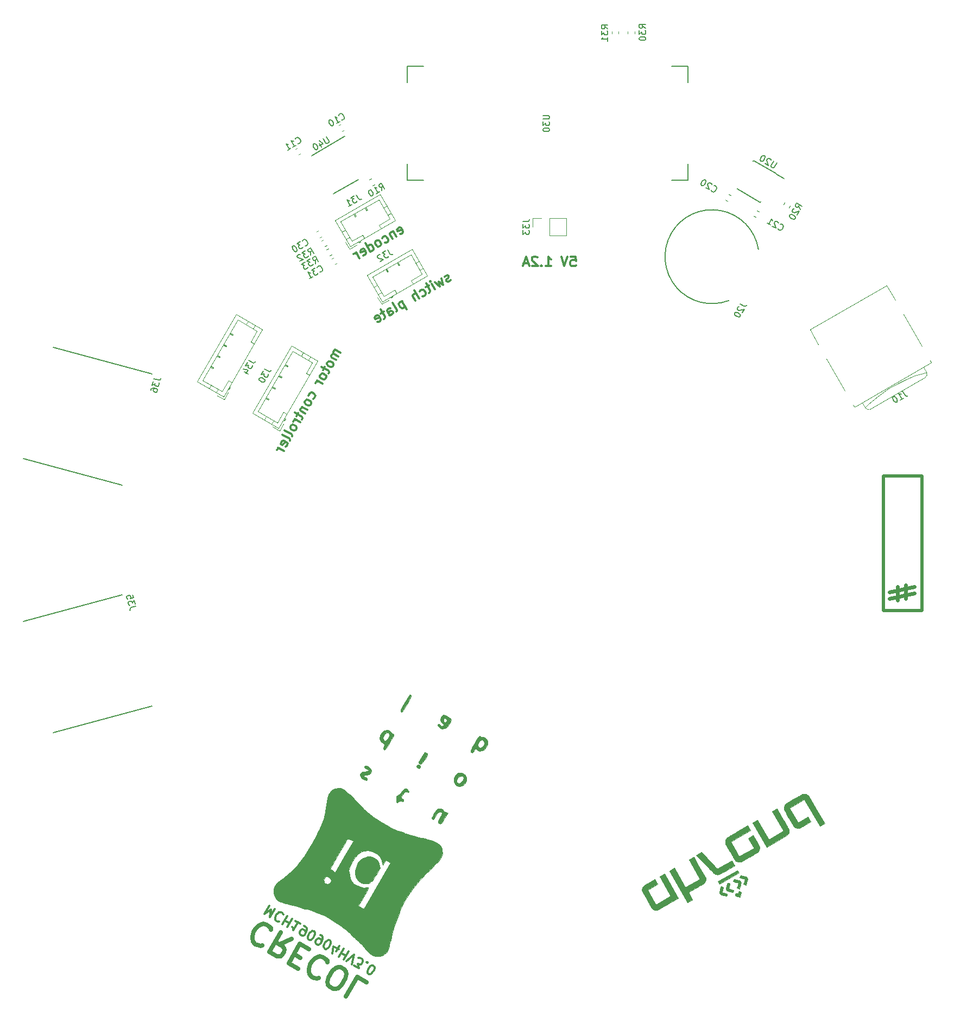
<source format=gbr>
G04 #@! TF.GenerationSoftware,KiCad,Pcbnew,(5.0.1-3-g963ef8bb5)*
G04 #@! TF.CreationDate,2019-09-11T13:55:26+02:00*
G04 #@! TF.ProjectId,crecol_v30,637265636F6C5F7633302E6B69636164,rev?*
G04 #@! TF.SameCoordinates,Original*
G04 #@! TF.FileFunction,Legend,Bot*
G04 #@! TF.FilePolarity,Positive*
%FSLAX46Y46*%
G04 Gerber Fmt 4.6, Leading zero omitted, Abs format (unit mm)*
G04 Created by KiCad (PCBNEW (5.0.1-3-g963ef8bb5)) date 2019 September 11, Wednesday 13:55:26*
%MOMM*%
%LPD*%
G01*
G04 APERTURE LIST*
%ADD10C,0.600000*%
%ADD11C,0.500000*%
%ADD12C,0.300000*%
%ADD13C,0.700000*%
%ADD14C,0.120000*%
%ADD15C,0.150000*%
%ADD16C,0.010000*%
G04 APERTURE END LIST*
D10*
X155539095Y-109134389D02*
X155539095Y-106991532D01*
X156824809Y-108277246D02*
X152967666Y-109134389D01*
X154253380Y-107277246D02*
X154253380Y-109420103D01*
X152967666Y-108134389D02*
X156824809Y-107277246D01*
D11*
X158000000Y-111000000D02*
X158000000Y-90000000D01*
X152000000Y-111000000D02*
X158000000Y-111000000D01*
X152000000Y-90000000D02*
X152000000Y-111000000D01*
X158000000Y-90000000D02*
X152000000Y-90000000D01*
D12*
X56281114Y-157044482D02*
X55531114Y-158343520D01*
X56499841Y-157665636D01*
X56397140Y-158843520D01*
X57147140Y-157544482D01*
X58436608Y-158453914D02*
X58410464Y-158356341D01*
X58260601Y-158187339D01*
X58136883Y-158115911D01*
X57915592Y-158070627D01*
X57720445Y-158122916D01*
X57587158Y-158210920D01*
X57382442Y-158422641D01*
X57275299Y-158608218D01*
X57194301Y-158891368D01*
X57184731Y-159050801D01*
X57237021Y-159245947D01*
X57386883Y-159414949D01*
X57510601Y-159486378D01*
X57731892Y-159531661D01*
X57829465Y-159505517D01*
X59064767Y-158651625D02*
X58314767Y-159950663D01*
X58671910Y-159332074D02*
X59414218Y-159760645D01*
X59807075Y-159080197D02*
X59057075Y-160379235D01*
X61106113Y-159830197D02*
X60363806Y-159401625D01*
X60734959Y-159615911D02*
X59984959Y-160914949D01*
X59968384Y-160657943D01*
X59916095Y-160462797D01*
X59828091Y-160329509D01*
X61724703Y-160187339D02*
X61972138Y-160330197D01*
X62060142Y-160463484D01*
X62086287Y-160561057D01*
X62102862Y-160818063D01*
X62021864Y-161101213D01*
X61736149Y-161596085D01*
X61602862Y-161684088D01*
X61505289Y-161710233D01*
X61345856Y-161700663D01*
X61098421Y-161557806D01*
X61010417Y-161424519D01*
X60984272Y-161326945D01*
X60993842Y-161167513D01*
X61172413Y-160858218D01*
X61305701Y-160770215D01*
X61403274Y-160744070D01*
X61562706Y-160753640D01*
X61810142Y-160896497D01*
X61898146Y-161029784D01*
X61924290Y-161127358D01*
X61914721Y-161286790D01*
X62397459Y-162307806D02*
X62521177Y-162379235D01*
X62680609Y-162388804D01*
X62778182Y-162362660D01*
X62911470Y-162274656D01*
X63116186Y-162062934D01*
X63294757Y-161753640D01*
X63375755Y-161470490D01*
X63385325Y-161311057D01*
X63359180Y-161213484D01*
X63271177Y-161080197D01*
X63147459Y-161008768D01*
X62988026Y-160999198D01*
X62890453Y-161025343D01*
X62757166Y-161113347D01*
X62552450Y-161325068D01*
X62373878Y-161634363D01*
X62292880Y-161917513D01*
X62283310Y-162076945D01*
X62309455Y-162174519D01*
X62397459Y-162307806D01*
X64199061Y-161615911D02*
X64446497Y-161758768D01*
X64534500Y-161892056D01*
X64560645Y-161989629D01*
X64577220Y-162246634D01*
X64496222Y-162529784D01*
X64210508Y-163024656D01*
X64077220Y-163112660D01*
X63979647Y-163138804D01*
X63820215Y-163129235D01*
X63572779Y-162986378D01*
X63484775Y-162853090D01*
X63458631Y-162755517D01*
X63468200Y-162596085D01*
X63646772Y-162286790D01*
X63780059Y-162198786D01*
X63877632Y-162172641D01*
X64037065Y-162182211D01*
X64284500Y-162325068D01*
X64372504Y-162458356D01*
X64398649Y-162555929D01*
X64389079Y-162715361D01*
X64871817Y-163736378D02*
X64995535Y-163807806D01*
X65154967Y-163817376D01*
X65252540Y-163791231D01*
X65385828Y-163703227D01*
X65590544Y-163491506D01*
X65769115Y-163182211D01*
X65850114Y-162899061D01*
X65859683Y-162739629D01*
X65833539Y-162642056D01*
X65745535Y-162508768D01*
X65621817Y-162437339D01*
X65462385Y-162427770D01*
X65364812Y-162453914D01*
X65231524Y-162541918D01*
X65026808Y-162753640D01*
X64848236Y-163062934D01*
X64767238Y-163346085D01*
X64757669Y-163505517D01*
X64783813Y-163603090D01*
X64871817Y-163736378D01*
X66668291Y-164196222D02*
X67168291Y-163330197D01*
X66073282Y-164512522D02*
X66299701Y-163406066D01*
X67103868Y-163870352D01*
X67848739Y-163723054D02*
X67098739Y-165022092D01*
X67455882Y-164403502D02*
X68198190Y-164832074D01*
X68591047Y-164151625D02*
X67841047Y-165450663D01*
X68274060Y-165700663D02*
X69457072Y-164651625D01*
X69140085Y-166200663D01*
X69449380Y-166379235D02*
X70253546Y-166843520D01*
X70106248Y-166098649D01*
X70291825Y-166205792D01*
X70451257Y-166215361D01*
X70548830Y-166189217D01*
X70682118Y-166101213D01*
X70860689Y-165791918D01*
X70870259Y-165632486D01*
X70844114Y-165534913D01*
X70756110Y-165401625D01*
X70384957Y-165187339D01*
X70225524Y-165177770D01*
X70127951Y-165203914D01*
X71488848Y-165989629D02*
X71586422Y-165963484D01*
X71560277Y-165865911D01*
X71462704Y-165892056D01*
X71488848Y-165989629D01*
X71560277Y-165865911D01*
X71676302Y-167664949D02*
X71800020Y-167736378D01*
X71959452Y-167745947D01*
X72057026Y-167719802D01*
X72190313Y-167631799D01*
X72395029Y-167420077D01*
X72573601Y-167110782D01*
X72654599Y-166827632D01*
X72664169Y-166668200D01*
X72638024Y-166570627D01*
X72550020Y-166437339D01*
X72426302Y-166365911D01*
X72266870Y-166356341D01*
X72169297Y-166382486D01*
X72036009Y-166470490D01*
X71831293Y-166682211D01*
X71652722Y-166991506D01*
X71571724Y-167274656D01*
X71562154Y-167434088D01*
X71588299Y-167531661D01*
X71676302Y-167664949D01*
D13*
X56546315Y-160792468D02*
X56485311Y-160564797D01*
X56135632Y-160170459D01*
X55846957Y-160003793D01*
X55330611Y-159898130D01*
X54875269Y-160020139D01*
X54564265Y-160225480D01*
X54086594Y-160719497D01*
X53836594Y-161152510D01*
X53647598Y-161813194D01*
X53625269Y-162185202D01*
X53747277Y-162640544D01*
X54096957Y-163034882D01*
X54385632Y-163201548D01*
X54901978Y-163307211D01*
X55129649Y-163246206D01*
X59744071Y-162253793D02*
X57900375Y-163113835D01*
X58012020Y-161253793D02*
X56262020Y-164284882D01*
X57416721Y-164951548D01*
X57788729Y-164973877D01*
X58016400Y-164912873D01*
X58327404Y-164707531D01*
X58577404Y-164274519D01*
X58599733Y-163902510D01*
X58538729Y-163674839D01*
X58333387Y-163363835D01*
X57178687Y-162697168D01*
X60126442Y-164591506D02*
X61136805Y-165174839D01*
X62486485Y-163837126D02*
X61043109Y-163003793D01*
X59293109Y-166034882D01*
X60736485Y-166868215D01*
X65350907Y-165875801D02*
X65289903Y-165648130D01*
X64940223Y-165253793D01*
X64651548Y-165087126D01*
X64135202Y-164981464D01*
X63679860Y-165103472D01*
X63368856Y-165308814D01*
X62891185Y-165802831D01*
X62641185Y-166235843D01*
X62452189Y-166896527D01*
X62429860Y-167268535D01*
X62551869Y-167723877D01*
X62901548Y-168118215D01*
X63190223Y-168284882D01*
X63706569Y-168390544D01*
X63934240Y-168329540D01*
X65643962Y-169701548D02*
X66221312Y-170034882D01*
X66593321Y-170057211D01*
X67048663Y-169935202D01*
X67526333Y-169441185D01*
X68109667Y-168430822D01*
X68298663Y-167770139D01*
X68176654Y-167314797D01*
X67971312Y-167003793D01*
X67393962Y-166670459D01*
X67021954Y-166648130D01*
X66566612Y-166770139D01*
X66088941Y-167264156D01*
X65505607Y-168274519D01*
X65316612Y-168935202D01*
X65438620Y-169390544D01*
X65643962Y-169701548D01*
X71435414Y-169003793D02*
X69992038Y-168170459D01*
X68242038Y-171201548D01*
D12*
X103285714Y-55778571D02*
X104000000Y-55778571D01*
X104071428Y-56492857D01*
X104000000Y-56421428D01*
X103857142Y-56350000D01*
X103500000Y-56350000D01*
X103357142Y-56421428D01*
X103285714Y-56492857D01*
X103214285Y-56635714D01*
X103214285Y-56992857D01*
X103285714Y-57135714D01*
X103357142Y-57207142D01*
X103500000Y-57278571D01*
X103857142Y-57278571D01*
X104000000Y-57207142D01*
X104071428Y-57135714D01*
X102785714Y-55778571D02*
X102285714Y-57278571D01*
X101785714Y-55778571D01*
X99357142Y-57278571D02*
X100214285Y-57278571D01*
X99785714Y-57278571D02*
X99785714Y-55778571D01*
X99928571Y-55992857D01*
X100071428Y-56135714D01*
X100214285Y-56207142D01*
X98714285Y-57135714D02*
X98642857Y-57207142D01*
X98714285Y-57278571D01*
X98785714Y-57207142D01*
X98714285Y-57135714D01*
X98714285Y-57278571D01*
X98071428Y-55921428D02*
X98000000Y-55850000D01*
X97857142Y-55778571D01*
X97500000Y-55778571D01*
X97357142Y-55850000D01*
X97285714Y-55921428D01*
X97214285Y-56064285D01*
X97214285Y-56207142D01*
X97285714Y-56421428D01*
X98142857Y-57278571D01*
X97214285Y-57278571D01*
X96642857Y-56850000D02*
X95928571Y-56850000D01*
X96785714Y-57278571D02*
X96285714Y-55778571D01*
X95785714Y-57278571D01*
X76634660Y-52275801D02*
X76794092Y-52266231D01*
X77041528Y-52123374D01*
X77129532Y-51990086D01*
X77119962Y-51830654D01*
X76834248Y-51335782D01*
X76700960Y-51247779D01*
X76541528Y-51257348D01*
X76294092Y-51400206D01*
X76206088Y-51533493D01*
X76215658Y-51692925D01*
X76287087Y-51816643D01*
X76977105Y-51583218D01*
X75551785Y-51828777D02*
X76051785Y-52694802D01*
X75623213Y-51952495D02*
X75525640Y-51926350D01*
X75366208Y-51935920D01*
X75180631Y-52043063D01*
X75092627Y-52176350D01*
X75102197Y-52335782D01*
X75495054Y-53016231D01*
X74284019Y-53632943D02*
X74443452Y-53623374D01*
X74690887Y-53480517D01*
X74778891Y-53347229D01*
X74805036Y-53249656D01*
X74795466Y-53090224D01*
X74581180Y-52719070D01*
X74447893Y-52631066D01*
X74350320Y-52604922D01*
X74190887Y-52614491D01*
X73943452Y-52757348D01*
X73855448Y-52890636D01*
X73577426Y-54123374D02*
X73665430Y-53990086D01*
X73691575Y-53892513D01*
X73682005Y-53733081D01*
X73467719Y-53361927D01*
X73334432Y-53273924D01*
X73236858Y-53247779D01*
X73077426Y-53257348D01*
X72891849Y-53364491D01*
X72803846Y-53497779D01*
X72777701Y-53595352D01*
X72787271Y-53754784D01*
X73001556Y-54125938D01*
X73134844Y-54213942D01*
X73232417Y-54240086D01*
X73391849Y-54230517D01*
X73577426Y-54123374D01*
X72030952Y-55016231D02*
X71280952Y-53717193D01*
X71995238Y-54954372D02*
X72154670Y-54944802D01*
X72402106Y-54801945D01*
X72490110Y-54668658D01*
X72516254Y-54571085D01*
X72506685Y-54411652D01*
X72292399Y-54040499D01*
X72159112Y-53952495D01*
X72061538Y-53926350D01*
X71902106Y-53935920D01*
X71654670Y-54078777D01*
X71566667Y-54212065D01*
X70881777Y-55597229D02*
X71041209Y-55587660D01*
X71288645Y-55444802D01*
X71376648Y-55311515D01*
X71367079Y-55152083D01*
X71081365Y-54657211D01*
X70948077Y-54569207D01*
X70788645Y-54578777D01*
X70541209Y-54721634D01*
X70453205Y-54854922D01*
X70462775Y-55014354D01*
X70534204Y-55138072D01*
X71224222Y-54904647D01*
X70298902Y-56016231D02*
X69798902Y-55150206D01*
X69941759Y-55397641D02*
X69808471Y-55309638D01*
X69710898Y-55283493D01*
X69551466Y-55293063D01*
X69427748Y-55364491D01*
X84525524Y-59422229D02*
X84437521Y-59555517D01*
X84190085Y-59698374D01*
X84030653Y-59707943D01*
X83897365Y-59619940D01*
X83861651Y-59558081D01*
X83852081Y-59398649D01*
X83940085Y-59265361D01*
X84125662Y-59158218D01*
X84213666Y-59024931D01*
X84204096Y-58865499D01*
X84168382Y-58803640D01*
X84035094Y-58715636D01*
X83875662Y-58725206D01*
X83690085Y-58832348D01*
X83602081Y-58965636D01*
X83071495Y-59189491D02*
X83324060Y-60198374D01*
X82719481Y-59722641D01*
X82829188Y-60484088D01*
X82081752Y-59760920D01*
X82086880Y-60912660D02*
X81586880Y-60046634D01*
X81336880Y-59613621D02*
X81434454Y-59639766D01*
X81408309Y-59737339D01*
X81310736Y-59711195D01*
X81336880Y-59613621D01*
X81408309Y-59737339D01*
X81153868Y-60296634D02*
X80658996Y-60582348D01*
X80718291Y-59970764D02*
X81361148Y-61084226D01*
X81370718Y-61243658D01*
X81282714Y-61376945D01*
X81158996Y-61448374D01*
X80133539Y-61957943D02*
X80292971Y-61948374D01*
X80540407Y-61805517D01*
X80628410Y-61672229D01*
X80654555Y-61574656D01*
X80644985Y-61415224D01*
X80430700Y-61044070D01*
X80297412Y-60956066D01*
X80199839Y-60929922D01*
X80040407Y-60939491D01*
X79792971Y-61082348D01*
X79704967Y-61215636D01*
X79612522Y-62341231D02*
X78862522Y-61042193D01*
X79055792Y-62662660D02*
X78662934Y-61982211D01*
X78653365Y-61822779D01*
X78741368Y-61689491D01*
X78926945Y-61582348D01*
X79086378Y-61572779D01*
X79183951Y-61598924D01*
X76947459Y-62725206D02*
X77697459Y-64024244D01*
X76983173Y-62787065D02*
X76823741Y-62796634D01*
X76576305Y-62939491D01*
X76488301Y-63072779D01*
X76462157Y-63170352D01*
X76471726Y-63329784D01*
X76686012Y-63700938D01*
X76819299Y-63788942D01*
X76916873Y-63815086D01*
X77076305Y-63805517D01*
X77323741Y-63662660D01*
X77411744Y-63529372D01*
X76086562Y-64376945D02*
X76174565Y-64243658D01*
X76164996Y-64084226D01*
X75522138Y-62970764D01*
X75034959Y-64984088D02*
X74642102Y-64303640D01*
X74632533Y-64144207D01*
X74720536Y-64010920D01*
X74967972Y-63868063D01*
X75127404Y-63858493D01*
X74999245Y-64922229D02*
X75158677Y-64912660D01*
X75467972Y-64734088D01*
X75555976Y-64600801D01*
X75546406Y-64441368D01*
X75474977Y-64317651D01*
X75341690Y-64229647D01*
X75182258Y-64239217D01*
X74872963Y-64417788D01*
X74713531Y-64427358D01*
X74101947Y-64368063D02*
X73607075Y-64653777D01*
X73666370Y-64042193D02*
X74309227Y-65155654D01*
X74318797Y-65315086D01*
X74230793Y-65448374D01*
X74107075Y-65519802D01*
X73143476Y-65993658D02*
X73302909Y-65984088D01*
X73550344Y-65841231D01*
X73638348Y-65707943D01*
X73628778Y-65548511D01*
X73343064Y-65053640D01*
X73209777Y-64965636D01*
X73050344Y-64975206D01*
X72802909Y-65118063D01*
X72714905Y-65251350D01*
X72724475Y-65410782D01*
X72795903Y-65534500D01*
X73485921Y-65301075D01*
X67351945Y-70806916D02*
X66485920Y-70306916D01*
X66609638Y-70378344D02*
X66512065Y-70404489D01*
X66378777Y-70492492D01*
X66271634Y-70678069D01*
X66262065Y-70837501D01*
X66350068Y-70970789D01*
X67030517Y-71363646D01*
X66350068Y-70970789D02*
X66190636Y-70961219D01*
X66057348Y-71049223D01*
X65950206Y-71234800D01*
X65940636Y-71394232D01*
X66028640Y-71527520D01*
X66709088Y-71920377D01*
X66244802Y-72724543D02*
X66254372Y-72565111D01*
X66228227Y-72467538D01*
X66140224Y-72334250D01*
X65769070Y-72119965D01*
X65609638Y-72110395D01*
X65512065Y-72136540D01*
X65378777Y-72224543D01*
X65271634Y-72410120D01*
X65262065Y-72569552D01*
X65288209Y-72667126D01*
X65376213Y-72800413D01*
X65747367Y-73014699D01*
X65906799Y-73024268D01*
X66004372Y-72998124D01*
X66137660Y-72910120D01*
X66244802Y-72724543D01*
X64914491Y-73028710D02*
X64628777Y-73523581D01*
X64374336Y-72964287D02*
X65487797Y-73607144D01*
X65575801Y-73740431D01*
X65566231Y-73899863D01*
X65494802Y-74023581D01*
X65137660Y-74642171D02*
X65147229Y-74482739D01*
X65121085Y-74385165D01*
X65033081Y-74251878D01*
X64661927Y-74037592D01*
X64502495Y-74028023D01*
X64404922Y-74054167D01*
X64271634Y-74142171D01*
X64164491Y-74327748D01*
X64154922Y-74487180D01*
X64181066Y-74584753D01*
X64269070Y-74718041D01*
X64640224Y-74932326D01*
X64799656Y-74941896D01*
X64897229Y-74915751D01*
X65030517Y-74827748D01*
X65137660Y-74642171D01*
X64566231Y-75631914D02*
X63700206Y-75131914D01*
X63947641Y-75274771D02*
X63788209Y-75265202D01*
X63690636Y-75291346D01*
X63557348Y-75379350D01*
X63485920Y-75503068D01*
X63147229Y-77946840D02*
X63280517Y-77858837D01*
X63423374Y-77611401D01*
X63432943Y-77451969D01*
X63406799Y-77354395D01*
X63318795Y-77221108D01*
X62947641Y-77006822D01*
X62788209Y-76997253D01*
X62690636Y-77023397D01*
X62557348Y-77111401D01*
X62414491Y-77358837D01*
X62404922Y-77518269D01*
X62780517Y-78724862D02*
X62790086Y-78565430D01*
X62763942Y-78467857D01*
X62675938Y-78334569D01*
X62304784Y-78120283D01*
X62145352Y-78110714D01*
X62047779Y-78136858D01*
X61914491Y-78224862D01*
X61807348Y-78410439D01*
X61797779Y-78569871D01*
X61823924Y-78667444D01*
X61911927Y-78800732D01*
X62283081Y-79015018D01*
X62442513Y-79024587D01*
X62540086Y-78998443D01*
X62673374Y-78910439D01*
X62780517Y-78724862D01*
X61343063Y-79214605D02*
X62209088Y-79714605D01*
X61466781Y-79286034D02*
X61369207Y-79312179D01*
X61235920Y-79400182D01*
X61128777Y-79585759D01*
X61119207Y-79745191D01*
X61207211Y-79878479D01*
X61887660Y-80271336D01*
X60771634Y-80204349D02*
X60485920Y-80699220D01*
X60231479Y-80139926D02*
X61344940Y-80782783D01*
X61432943Y-80916070D01*
X61423374Y-81075502D01*
X61351945Y-81199220D01*
X61101945Y-81632233D02*
X60235920Y-81132233D01*
X60483356Y-81275090D02*
X60323924Y-81265521D01*
X60226350Y-81291665D01*
X60093063Y-81379669D01*
X60021634Y-81503387D01*
X60530517Y-82621976D02*
X60540086Y-82462544D01*
X60513942Y-82364971D01*
X60425938Y-82231683D01*
X60054784Y-82017398D01*
X59895352Y-82007828D01*
X59797779Y-82033973D01*
X59664491Y-82121976D01*
X59557348Y-82307553D01*
X59547779Y-82466985D01*
X59573924Y-82564559D01*
X59661927Y-82697846D01*
X60033081Y-82912132D01*
X60192513Y-82921702D01*
X60290086Y-82895557D01*
X60423374Y-82807553D01*
X60530517Y-82621976D01*
X59851945Y-83797297D02*
X59861515Y-83637864D01*
X59773511Y-83504577D01*
X58660050Y-82861720D01*
X59459088Y-84477745D02*
X59468658Y-84318313D01*
X59380654Y-84185025D01*
X58267193Y-83542168D01*
X58825801Y-85431774D02*
X58959088Y-85343771D01*
X59101945Y-85096335D01*
X59111515Y-84936902D01*
X59023511Y-84803615D01*
X58528640Y-84517901D01*
X58369207Y-84508331D01*
X58235920Y-84596335D01*
X58093063Y-84843771D01*
X58083493Y-85003203D01*
X58171497Y-85136490D01*
X58295215Y-85207919D01*
X58776075Y-84660758D01*
X58530517Y-86086078D02*
X57664491Y-85586078D01*
X57911927Y-85728935D02*
X57752495Y-85719366D01*
X57654922Y-85745510D01*
X57521634Y-85833514D01*
X57450206Y-85957232D01*
D14*
G04 #@! TO.C,J33*
X97370000Y-49820000D02*
X97370000Y-51150000D01*
X98700000Y-49820000D02*
X97370000Y-49820000D01*
X99970000Y-49820000D02*
X99970000Y-52480000D01*
X99970000Y-52480000D02*
X102570000Y-52480000D01*
X99970000Y-49820000D02*
X102570000Y-49820000D01*
X102570000Y-49820000D02*
X102570000Y-52480000D01*
D15*
G04 #@! TO.C,U40*
X70151907Y-43775288D02*
X66298093Y-46000288D01*
X68022595Y-37037212D02*
X62848093Y-40024712D01*
D14*
G04 #@! TO.C,C31*
X66803322Y-56856039D02*
X66506678Y-57027306D01*
X66293322Y-55972694D02*
X65996678Y-56143961D01*
G04 #@! TO.C,C30*
X63893322Y-51772694D02*
X63596678Y-51943961D01*
X64403322Y-52656039D02*
X64106678Y-52827306D01*
G04 #@! TO.C,R32*
X64396678Y-53343961D02*
X64693322Y-53172694D01*
X64906678Y-54227306D02*
X65203322Y-54056039D01*
G04 #@! TO.C,R33*
X65706678Y-55627306D02*
X66003322Y-55456039D01*
X65196678Y-54743961D02*
X65493322Y-54572694D01*
G04 #@! TO.C,C10*
X67903322Y-36056039D02*
X67606678Y-36227306D01*
X67393322Y-35172694D02*
X67096678Y-35343961D01*
G04 #@! TO.C,C11*
X60593322Y-38872694D02*
X60296678Y-39043961D01*
X61103322Y-39756039D02*
X60806678Y-39927306D01*
G04 #@! TO.C,C20*
X127396678Y-46956039D02*
X127693322Y-47127306D01*
X127906678Y-46072694D02*
X128203322Y-46243961D01*
G04 #@! TO.C,C21*
X132306678Y-48572694D02*
X132603322Y-48743961D01*
X131796678Y-49456039D02*
X132093322Y-49627306D01*
G04 #@! TO.C,J10*
X158231408Y-73982089D02*
X158714421Y-73818691D01*
X156955575Y-74372281D02*
X158231408Y-73982089D01*
X155556536Y-74949077D02*
X156955575Y-74372281D01*
X154380704Y-75512474D02*
X155556536Y-74949077D01*
X152821858Y-76412474D02*
X154380704Y-75512474D01*
X151746026Y-77149076D02*
X152821858Y-76412474D01*
X151103205Y-77635679D02*
X151746026Y-77149076D01*
X149780962Y-78745486D02*
X151103205Y-77635679D01*
X149188141Y-79318691D02*
X149780962Y-78745486D01*
X149921155Y-79588306D02*
X158581407Y-74588307D01*
X148738141Y-78539269D02*
X149238141Y-79405294D01*
X158264421Y-73039269D02*
X158764421Y-73905294D01*
X147517046Y-79244268D02*
X159485516Y-72334269D01*
X152525517Y-60279195D02*
X140557045Y-67189195D01*
X153875517Y-62617464D02*
X152525517Y-60279195D01*
X159485516Y-72334269D02*
X159285517Y-71987858D01*
X158025516Y-69805475D02*
X155135516Y-64799848D01*
X141907045Y-69527464D02*
X140557045Y-67189195D01*
X146057046Y-76715474D02*
X143167046Y-71709847D01*
X147517046Y-79244268D02*
X147317045Y-78897858D01*
X158764421Y-73905295D02*
G75*
G02X158581407Y-74588307I-433013J-249999D01*
G01*
X149921154Y-79588307D02*
G75*
G02X149238141Y-79405294I-250000J433013D01*
G01*
D15*
G04 #@! TO.C,J20*
X132536343Y-54666284D02*
G75*
G03X127936344Y-62633715I-7236343J-1133716D01*
G01*
D14*
G04 #@! TO.C,R10*
X72364450Y-44689806D02*
X72661094Y-44518539D01*
X71854450Y-43806461D02*
X72151094Y-43635194D01*
G04 #@! TO.C,R20*
X137489806Y-47864450D02*
X137318539Y-48161094D01*
X136606461Y-47354450D02*
X136435194Y-47651094D01*
G04 #@! TO.C,J30*
X57737506Y-82553114D02*
X53649866Y-80193114D01*
X53649866Y-80193114D02*
X59709866Y-69696886D01*
X59709866Y-69696886D02*
X63797506Y-72056886D01*
X63797506Y-72056886D02*
X57737506Y-82553114D01*
X58617506Y-81028910D02*
X58790711Y-81128910D01*
X58790711Y-81128910D02*
X58640711Y-81388717D01*
X58640711Y-81388717D02*
X58467506Y-81288717D01*
X58704109Y-81078910D02*
X58554109Y-81338717D01*
X59017506Y-80336089D02*
X58489230Y-80031089D01*
X58489230Y-80031089D02*
X57514230Y-81719839D01*
X57514230Y-81719839D02*
X54483142Y-79969839D01*
X54483142Y-79969839D02*
X59933142Y-70530162D01*
X59933142Y-70530162D02*
X62964230Y-72280162D01*
X62964230Y-72280162D02*
X61989230Y-73968911D01*
X61989230Y-73968911D02*
X62517506Y-74273911D01*
X56603013Y-81898114D02*
X56908013Y-81369839D01*
X55477180Y-81248114D02*
X55782180Y-80719839D01*
X62663013Y-71401886D02*
X62358013Y-71930162D01*
X61537180Y-70751886D02*
X61232180Y-71280162D01*
X55658142Y-77934679D02*
X56091154Y-78184679D01*
X56091154Y-78184679D02*
X56191154Y-78011474D01*
X56191154Y-78011474D02*
X55758142Y-77761474D01*
X55708142Y-77848077D02*
X56141154Y-78098077D01*
X56658142Y-76202628D02*
X57091154Y-76452628D01*
X57091154Y-76452628D02*
X57191154Y-76279423D01*
X57191154Y-76279423D02*
X56758142Y-76029423D01*
X56708142Y-76116026D02*
X57141154Y-76366026D01*
X57658142Y-74470578D02*
X58091154Y-74720578D01*
X58091154Y-74720578D02*
X58191154Y-74547372D01*
X58191154Y-74547372D02*
X57758142Y-74297372D01*
X57708142Y-74383975D02*
X58141154Y-74633975D01*
X58658142Y-72738527D02*
X59091154Y-72988527D01*
X59091154Y-72988527D02*
X59191154Y-72815322D01*
X59191154Y-72815322D02*
X58758142Y-72565322D01*
X58708142Y-72651924D02*
X59141154Y-72901924D01*
X58472314Y-81880390D02*
X57847314Y-82962922D01*
X57847314Y-82962922D02*
X56764782Y-82337922D01*
G04 #@! TO.C,J31*
X68779129Y-54607314D02*
X68154129Y-53524782D01*
X69861661Y-53982314D02*
X68779129Y-54607314D01*
X71216025Y-48108142D02*
X71466025Y-48541154D01*
X71552628Y-48491154D02*
X71302628Y-48058142D01*
X71379423Y-48591154D02*
X71552628Y-48491154D01*
X71129423Y-48158142D02*
X71379423Y-48591154D01*
X69483975Y-49108142D02*
X69733974Y-49541154D01*
X69820577Y-49491154D02*
X69570577Y-49058142D01*
X69647372Y-49591154D02*
X69820577Y-49491154D01*
X69397372Y-49158142D02*
X69647372Y-49591154D01*
X74616063Y-47877180D02*
X74087788Y-48182181D01*
X75266063Y-49003013D02*
X74737787Y-49308013D01*
X67583937Y-51937180D02*
X68112212Y-51632180D01*
X68233937Y-53063013D02*
X68762212Y-52758013D01*
X73399038Y-50889230D02*
X73704038Y-51417506D01*
X75087787Y-49914231D02*
X73399038Y-50889230D01*
X73337788Y-46883142D02*
X75087787Y-49914231D01*
X67362212Y-50333142D02*
X73337788Y-46883142D01*
X69112212Y-53364230D02*
X67362212Y-50333142D01*
X70800961Y-52389230D02*
X69112212Y-53364230D01*
X71105962Y-52917506D02*
X70800961Y-52389230D01*
X70463142Y-53404109D02*
X70203334Y-53554109D01*
X70253334Y-53640711D02*
X70153334Y-53467506D01*
X70513141Y-53490711D02*
X70253334Y-53640711D01*
X70413141Y-53317506D02*
X70513141Y-53490711D01*
X75921063Y-50137506D02*
X68888937Y-54197506D01*
X73561063Y-46049866D02*
X75921063Y-50137506D01*
X66528937Y-50109866D02*
X73561063Y-46049866D01*
X68888937Y-54197506D02*
X66528937Y-50109866D01*
G04 #@! TO.C,J32*
X73888937Y-62797506D02*
X71528937Y-58709866D01*
X71528937Y-58709866D02*
X78561063Y-54649866D01*
X78561063Y-54649866D02*
X80921063Y-58737506D01*
X80921063Y-58737506D02*
X73888937Y-62797506D01*
X75413141Y-61917506D02*
X75513141Y-62090711D01*
X75513141Y-62090711D02*
X75253334Y-62240711D01*
X75253334Y-62240711D02*
X75153334Y-62067506D01*
X75463141Y-62004109D02*
X75203334Y-62154109D01*
X76105962Y-61517506D02*
X75800962Y-60989230D01*
X75800962Y-60989230D02*
X74112212Y-61964230D01*
X74112212Y-61964230D02*
X72362212Y-58933142D01*
X72362212Y-58933142D02*
X78337787Y-55483142D01*
X78337787Y-55483142D02*
X80087787Y-58514230D01*
X80087787Y-58514230D02*
X78399038Y-59489230D01*
X78399038Y-59489230D02*
X78704038Y-60017506D01*
X73233937Y-61663013D02*
X73762212Y-61358013D01*
X72583937Y-60537180D02*
X73112212Y-60232180D01*
X80266063Y-57603013D02*
X79737787Y-57908013D01*
X79616063Y-56477180D02*
X79087787Y-56782180D01*
X74397372Y-57758142D02*
X74647372Y-58191154D01*
X74647372Y-58191154D02*
X74820577Y-58091154D01*
X74820577Y-58091154D02*
X74570577Y-57658142D01*
X74483974Y-57708142D02*
X74733974Y-58141154D01*
X76129423Y-56758142D02*
X76379423Y-57191154D01*
X76379423Y-57191154D02*
X76552628Y-57091154D01*
X76552628Y-57091154D02*
X76302628Y-56658142D01*
X76216025Y-56708142D02*
X76466025Y-57141154D01*
X74861661Y-62582314D02*
X73779129Y-63207314D01*
X73779129Y-63207314D02*
X73154129Y-62124782D01*
G04 #@! TO.C,R30*
X113210000Y-20628733D02*
X113210000Y-20971267D01*
X112190000Y-20628733D02*
X112190000Y-20971267D01*
G04 #@! TO.C,R31*
X109690000Y-20628733D02*
X109690000Y-20971267D01*
X110710000Y-20628733D02*
X110710000Y-20971267D01*
D15*
G04 #@! TO.C,U30*
X119050000Y-43890000D02*
X121590000Y-43890000D01*
X121590000Y-43890000D02*
X121590000Y-41350000D01*
X121590000Y-28650000D02*
X121590000Y-26110000D01*
X121590000Y-26110000D02*
X119050000Y-26110000D01*
X80315000Y-43890000D02*
X77775000Y-43890000D01*
X77775000Y-43890000D02*
X77775000Y-41350000D01*
X77775000Y-28650000D02*
X77775000Y-26110000D01*
X77775000Y-26110000D02*
X80315000Y-26110000D01*
D14*
G04 #@! TO.C,J34*
X49137506Y-77653114D02*
X45049866Y-75293114D01*
X45049866Y-75293114D02*
X51109866Y-64796886D01*
X51109866Y-64796886D02*
X55197506Y-67156886D01*
X55197506Y-67156886D02*
X49137506Y-77653114D01*
X50017506Y-76128910D02*
X50190711Y-76228910D01*
X50190711Y-76228910D02*
X50040711Y-76488717D01*
X50040711Y-76488717D02*
X49867506Y-76388717D01*
X50104109Y-76178910D02*
X49954109Y-76438717D01*
X50417506Y-75436089D02*
X49889230Y-75131089D01*
X49889230Y-75131089D02*
X48914230Y-76819839D01*
X48914230Y-76819839D02*
X45883142Y-75069839D01*
X45883142Y-75069839D02*
X51333142Y-65630162D01*
X51333142Y-65630162D02*
X54364230Y-67380162D01*
X54364230Y-67380162D02*
X53389230Y-69068911D01*
X53389230Y-69068911D02*
X53917506Y-69373911D01*
X48003013Y-76998114D02*
X48308013Y-76469839D01*
X46877180Y-76348114D02*
X47182180Y-75819839D01*
X54063013Y-66501886D02*
X53758013Y-67030162D01*
X52937180Y-65851886D02*
X52632180Y-66380162D01*
X47058142Y-73034679D02*
X47491154Y-73284679D01*
X47491154Y-73284679D02*
X47591154Y-73111474D01*
X47591154Y-73111474D02*
X47158142Y-72861474D01*
X47108142Y-72948077D02*
X47541154Y-73198077D01*
X48058142Y-71302628D02*
X48491154Y-71552628D01*
X48491154Y-71552628D02*
X48591154Y-71379423D01*
X48591154Y-71379423D02*
X48158142Y-71129423D01*
X48108142Y-71216026D02*
X48541154Y-71466026D01*
X49058142Y-69570578D02*
X49491154Y-69820578D01*
X49491154Y-69820578D02*
X49591154Y-69647372D01*
X49591154Y-69647372D02*
X49158142Y-69397372D01*
X49108142Y-69483975D02*
X49541154Y-69733975D01*
X50058142Y-67838527D02*
X50491154Y-68088527D01*
X50491154Y-68088527D02*
X50591154Y-67915322D01*
X50591154Y-67915322D02*
X50158142Y-67665322D01*
X50108142Y-67751924D02*
X50541154Y-68001924D01*
X49872314Y-76980390D02*
X49247314Y-78062922D01*
X49247314Y-78062922D02*
X48164782Y-77437922D01*
D15*
G04 #@! TO.C,U20*
X135384503Y-42857485D02*
X135359503Y-42900786D01*
X131790497Y-40782485D02*
X131717997Y-40908058D01*
X129215497Y-45242515D02*
X129287997Y-45116942D01*
X132809503Y-47317515D02*
X132882003Y-47191942D01*
X135384503Y-42857485D02*
X131790497Y-40782485D01*
X132809503Y-47317515D02*
X129215497Y-45242515D01*
X135359503Y-42900786D02*
X136571938Y-43600786D01*
G04 #@! TO.C,J35*
X17894333Y-112665448D02*
X33349146Y-108524344D01*
X22553076Y-130052113D02*
X38007889Y-125911009D01*
G04 #@! TO.C,J36*
X17894333Y-87334552D02*
X33349146Y-91475656D01*
X22553076Y-69947887D02*
X38007889Y-74088991D01*
D16*
G04 #@! TO.C,G\002A\002A\002A*
G36*
X70647167Y-153530723D02*
X70978947Y-153595418D01*
X71365004Y-153600275D01*
X71724376Y-153554375D01*
X71976103Y-153466800D01*
X72045613Y-153373866D01*
X72141662Y-153253224D01*
X72193520Y-153244002D01*
X72321541Y-153137551D01*
X72536299Y-152853368D01*
X72804539Y-152437594D01*
X72942570Y-152204753D01*
X73539956Y-151170050D01*
X73375708Y-150557068D01*
X73251637Y-150175039D01*
X73085328Y-149925103D01*
X72799201Y-149709305D01*
X72619650Y-149602405D01*
X72234088Y-149403597D01*
X71930914Y-149334156D01*
X71586935Y-149374274D01*
X71431108Y-149411287D01*
X70922033Y-149629224D01*
X70451064Y-149984772D01*
X70086630Y-150413030D01*
X69897159Y-150849100D01*
X69893571Y-150869539D01*
X69823264Y-151121326D01*
X69750112Y-151218643D01*
X69699633Y-151347757D01*
X69668562Y-151652469D01*
X69663434Y-151902927D01*
X69764597Y-152567961D01*
X70043751Y-153098687D01*
X70478413Y-153457901D01*
X70647167Y-153530723D01*
X70647167Y-153530723D01*
G37*
X70647167Y-153530723D02*
X70978947Y-153595418D01*
X71365004Y-153600275D01*
X71724376Y-153554375D01*
X71976103Y-153466800D01*
X72045613Y-153373866D01*
X72141662Y-153253224D01*
X72193520Y-153244002D01*
X72321541Y-153137551D01*
X72536299Y-152853368D01*
X72804539Y-152437594D01*
X72942570Y-152204753D01*
X73539956Y-151170050D01*
X73375708Y-150557068D01*
X73251637Y-150175039D01*
X73085328Y-149925103D01*
X72799201Y-149709305D01*
X72619650Y-149602405D01*
X72234088Y-149403597D01*
X71930914Y-149334156D01*
X71586935Y-149374274D01*
X71431108Y-149411287D01*
X70922033Y-149629224D01*
X70451064Y-149984772D01*
X70086630Y-150413030D01*
X69897159Y-150849100D01*
X69893571Y-150869539D01*
X69823264Y-151121326D01*
X69750112Y-151218643D01*
X69699633Y-151347757D01*
X69668562Y-151652469D01*
X69663434Y-151902927D01*
X69764597Y-152567961D01*
X70043751Y-153098687D01*
X70478413Y-153457901D01*
X70647167Y-153530723D01*
G36*
X58132712Y-156496859D02*
X58354672Y-156536966D01*
X58417517Y-156585605D01*
X58543179Y-156646614D01*
X58856480Y-156735548D01*
X59295101Y-156835206D01*
X59395221Y-156855474D01*
X59996436Y-156991946D01*
X60622905Y-157161206D01*
X61097166Y-157312419D01*
X61513841Y-157452705D01*
X61843955Y-157547434D01*
X61994780Y-157574302D01*
X62238303Y-157602963D01*
X62268245Y-157612227D01*
X62468377Y-157681140D01*
X62758537Y-157779016D01*
X63114710Y-157909793D01*
X63543946Y-158082212D01*
X63655949Y-158129652D01*
X64029086Y-158281133D01*
X64332130Y-158389098D01*
X64402175Y-158408997D01*
X64720368Y-158533413D01*
X65190870Y-158777434D01*
X65762319Y-159108894D01*
X66383353Y-159495629D01*
X67002608Y-159905478D01*
X67568720Y-160306274D01*
X68030328Y-160665855D01*
X68097762Y-160723207D01*
X68523701Y-161092325D01*
X68800649Y-161335951D01*
X68971632Y-161494860D01*
X69079677Y-161609827D01*
X69167810Y-161721625D01*
X69206956Y-161774363D01*
X69397127Y-161934081D01*
X69493259Y-161959418D01*
X69634223Y-162051206D01*
X69643588Y-162097208D01*
X69744825Y-162276497D01*
X69838893Y-162347980D01*
X69921969Y-162398994D01*
X70015610Y-162471815D01*
X70148332Y-162594986D01*
X70348651Y-162797052D01*
X70645086Y-163106560D01*
X71066151Y-163552053D01*
X71465351Y-163976066D01*
X71882541Y-164394490D01*
X72229838Y-164694719D01*
X72466038Y-164841938D01*
X72500294Y-164850492D01*
X72790798Y-164901793D01*
X72898401Y-164931006D01*
X73351793Y-164969296D01*
X73856377Y-164843382D01*
X74224856Y-164636822D01*
X74539969Y-164306931D01*
X74807618Y-163872140D01*
X74981278Y-163425188D01*
X75014955Y-163061843D01*
X75012423Y-162894628D01*
X75041008Y-162878781D01*
X75100869Y-162791583D01*
X75174571Y-162529009D01*
X75199501Y-162406671D01*
X75325853Y-161862452D01*
X75527912Y-161145218D01*
X75784769Y-160316859D01*
X76075519Y-159439272D01*
X76379254Y-158574346D01*
X76675065Y-157783976D01*
X76942047Y-157130053D01*
X77092368Y-156803151D01*
X77584149Y-155900063D01*
X78169606Y-155001436D01*
X78874307Y-154074881D01*
X79723819Y-153088009D01*
X80743709Y-152008431D01*
X81385896Y-151364043D01*
X81738744Y-151014247D01*
X82019243Y-150733926D01*
X82180412Y-150570110D01*
X82198871Y-150550253D01*
X82340476Y-150412038D01*
X82493892Y-150259523D01*
X82502904Y-150249184D01*
X82649254Y-150094435D01*
X82854438Y-149888931D01*
X83132256Y-149456625D01*
X83265220Y-148897170D01*
X83234604Y-148303892D01*
X83200326Y-148165087D01*
X82919474Y-147653890D01*
X82398569Y-147224443D01*
X81638164Y-146877125D01*
X81033455Y-146699928D01*
X80561692Y-146586439D01*
X80169868Y-146496956D01*
X79938796Y-146449900D01*
X79931919Y-146448846D01*
X79638705Y-146385679D01*
X79557525Y-146361316D01*
X79336446Y-146301340D01*
X78974183Y-146215886D01*
X78785614Y-146174304D01*
X78365743Y-146061796D01*
X77823561Y-145886910D01*
X77270833Y-145685885D01*
X77228942Y-145669539D01*
X76754684Y-145488097D01*
X76355877Y-145344118D01*
X76104249Y-145263279D01*
X76074406Y-145256253D01*
X75778683Y-145152739D01*
X75329339Y-144939967D01*
X74783678Y-144650202D01*
X74199001Y-144315705D01*
X73632609Y-143968739D01*
X73141804Y-143641569D01*
X72930411Y-143486064D01*
X72480771Y-143140495D01*
X72052224Y-142814277D01*
X71728906Y-142571413D01*
X71698341Y-142548821D01*
X71423250Y-142318027D01*
X71043113Y-141962938D01*
X70624461Y-141546545D01*
X70465723Y-141381778D01*
X69673434Y-140558227D01*
X69022388Y-139909800D01*
X68487322Y-139419809D01*
X68042979Y-139071562D01*
X67664096Y-138848370D01*
X67325415Y-138733542D01*
X67001675Y-138710388D01*
X66667616Y-138762218D01*
X66548554Y-138793571D01*
X66176860Y-138921772D01*
X65930700Y-139093971D01*
X65714657Y-139388372D01*
X65614666Y-139558978D01*
X65306721Y-140326224D01*
X65233799Y-140792126D01*
X65183523Y-141299649D01*
X65106896Y-141805566D01*
X65078256Y-141948822D01*
X65006392Y-142309978D01*
X64967497Y-142573147D01*
X64965152Y-142616756D01*
X64934587Y-142862430D01*
X64927265Y-142888176D01*
X64862098Y-143097575D01*
X64792588Y-143323685D01*
X64486588Y-144186265D01*
X64062866Y-145182684D01*
X63919385Y-145481485D01*
X67786609Y-147714228D01*
X68085726Y-147206389D01*
X68308041Y-146842973D01*
X68432811Y-146659085D01*
X68445068Y-146646243D01*
X68634534Y-146630799D01*
X68922632Y-146735950D01*
X68968454Y-146761151D01*
X69356855Y-146985394D01*
X67870879Y-149559180D01*
X69103195Y-150270658D01*
X69542203Y-149610319D01*
X70088048Y-149046465D01*
X70686268Y-148640317D01*
X71012379Y-148507984D01*
X71701858Y-148426691D01*
X72394569Y-148570302D01*
X73028774Y-148918167D01*
X73446358Y-149321999D01*
X73619517Y-149618960D01*
X73779061Y-150023134D01*
X73814824Y-150144298D01*
X73961905Y-150693212D01*
X74189040Y-150299804D01*
X74356175Y-150047317D01*
X74510659Y-149991409D01*
X74756453Y-150103010D01*
X74801123Y-150128644D01*
X75186072Y-150350894D01*
X70995072Y-157609919D01*
X70115190Y-157101919D01*
X70982156Y-155600290D01*
X71325544Y-155002401D01*
X71553077Y-154592237D01*
X71677152Y-154338282D01*
X71710164Y-154209019D01*
X71664509Y-154172930D01*
X71552584Y-154198498D01*
X71530651Y-154205768D01*
X71043161Y-154255591D01*
X70457057Y-154138176D01*
X69849963Y-153869191D01*
X69842666Y-153864991D01*
X69426809Y-153583608D01*
X69130923Y-153262085D01*
X68920258Y-152840116D01*
X68760063Y-152257397D01*
X68681458Y-151849829D01*
X68647202Y-151579843D01*
X68657562Y-151456698D01*
X68658390Y-151456379D01*
X68714807Y-151337926D01*
X68800578Y-151059690D01*
X68825484Y-150966263D01*
X69103195Y-150270658D01*
X67870879Y-149559180D01*
X66519347Y-151900102D01*
X66145565Y-151595011D01*
X65771784Y-151289919D01*
X67040933Y-149022748D01*
X67431430Y-148331383D01*
X67786609Y-147714228D01*
X63919385Y-145481485D01*
X63554140Y-146242123D01*
X62993126Y-147293766D01*
X62813711Y-147607118D01*
X61752247Y-149276779D01*
X60875914Y-150420108D01*
X64873691Y-152728226D01*
X65049356Y-152507953D01*
X65208282Y-152456432D01*
X65526553Y-152580925D01*
X65786662Y-152817261D01*
X65890906Y-153063876D01*
X65808200Y-153395456D01*
X65582763Y-153611343D01*
X65289449Y-153693347D01*
X65003120Y-153623272D01*
X64798632Y-153382928D01*
X64780500Y-153333739D01*
X64768859Y-153034687D01*
X64873691Y-152728226D01*
X60875914Y-150420108D01*
X60651547Y-150712833D01*
X59516851Y-151909254D01*
X58353398Y-152860017D01*
X58093492Y-153036015D01*
X57465308Y-153523783D01*
X57075100Y-154024346D01*
X56907285Y-154565538D01*
X56933268Y-155108955D01*
X57106705Y-155617399D01*
X57400952Y-156059455D01*
X57762556Y-156373272D01*
X58132712Y-156496859D01*
X58132712Y-156496859D01*
G37*
X58132712Y-156496859D02*
X58354672Y-156536966D01*
X58417517Y-156585605D01*
X58543179Y-156646614D01*
X58856480Y-156735548D01*
X59295101Y-156835206D01*
X59395221Y-156855474D01*
X59996436Y-156991946D01*
X60622905Y-157161206D01*
X61097166Y-157312419D01*
X61513841Y-157452705D01*
X61843955Y-157547434D01*
X61994780Y-157574302D01*
X62238303Y-157602963D01*
X62268245Y-157612227D01*
X62468377Y-157681140D01*
X62758537Y-157779016D01*
X63114710Y-157909793D01*
X63543946Y-158082212D01*
X63655949Y-158129652D01*
X64029086Y-158281133D01*
X64332130Y-158389098D01*
X64402175Y-158408997D01*
X64720368Y-158533413D01*
X65190870Y-158777434D01*
X65762319Y-159108894D01*
X66383353Y-159495629D01*
X67002608Y-159905478D01*
X67568720Y-160306274D01*
X68030328Y-160665855D01*
X68097762Y-160723207D01*
X68523701Y-161092325D01*
X68800649Y-161335951D01*
X68971632Y-161494860D01*
X69079677Y-161609827D01*
X69167810Y-161721625D01*
X69206956Y-161774363D01*
X69397127Y-161934081D01*
X69493259Y-161959418D01*
X69634223Y-162051206D01*
X69643588Y-162097208D01*
X69744825Y-162276497D01*
X69838893Y-162347980D01*
X69921969Y-162398994D01*
X70015610Y-162471815D01*
X70148332Y-162594986D01*
X70348651Y-162797052D01*
X70645086Y-163106560D01*
X71066151Y-163552053D01*
X71465351Y-163976066D01*
X71882541Y-164394490D01*
X72229838Y-164694719D01*
X72466038Y-164841938D01*
X72500294Y-164850492D01*
X72790798Y-164901793D01*
X72898401Y-164931006D01*
X73351793Y-164969296D01*
X73856377Y-164843382D01*
X74224856Y-164636822D01*
X74539969Y-164306931D01*
X74807618Y-163872140D01*
X74981278Y-163425188D01*
X75014955Y-163061843D01*
X75012423Y-162894628D01*
X75041008Y-162878781D01*
X75100869Y-162791583D01*
X75174571Y-162529009D01*
X75199501Y-162406671D01*
X75325853Y-161862452D01*
X75527912Y-161145218D01*
X75784769Y-160316859D01*
X76075519Y-159439272D01*
X76379254Y-158574346D01*
X76675065Y-157783976D01*
X76942047Y-157130053D01*
X77092368Y-156803151D01*
X77584149Y-155900063D01*
X78169606Y-155001436D01*
X78874307Y-154074881D01*
X79723819Y-153088009D01*
X80743709Y-152008431D01*
X81385896Y-151364043D01*
X81738744Y-151014247D01*
X82019243Y-150733926D01*
X82180412Y-150570110D01*
X82198871Y-150550253D01*
X82340476Y-150412038D01*
X82493892Y-150259523D01*
X82502904Y-150249184D01*
X82649254Y-150094435D01*
X82854438Y-149888931D01*
X83132256Y-149456625D01*
X83265220Y-148897170D01*
X83234604Y-148303892D01*
X83200326Y-148165087D01*
X82919474Y-147653890D01*
X82398569Y-147224443D01*
X81638164Y-146877125D01*
X81033455Y-146699928D01*
X80561692Y-146586439D01*
X80169868Y-146496956D01*
X79938796Y-146449900D01*
X79931919Y-146448846D01*
X79638705Y-146385679D01*
X79557525Y-146361316D01*
X79336446Y-146301340D01*
X78974183Y-146215886D01*
X78785614Y-146174304D01*
X78365743Y-146061796D01*
X77823561Y-145886910D01*
X77270833Y-145685885D01*
X77228942Y-145669539D01*
X76754684Y-145488097D01*
X76355877Y-145344118D01*
X76104249Y-145263279D01*
X76074406Y-145256253D01*
X75778683Y-145152739D01*
X75329339Y-144939967D01*
X74783678Y-144650202D01*
X74199001Y-144315705D01*
X73632609Y-143968739D01*
X73141804Y-143641569D01*
X72930411Y-143486064D01*
X72480771Y-143140495D01*
X72052224Y-142814277D01*
X71728906Y-142571413D01*
X71698341Y-142548821D01*
X71423250Y-142318027D01*
X71043113Y-141962938D01*
X70624461Y-141546545D01*
X70465723Y-141381778D01*
X69673434Y-140558227D01*
X69022388Y-139909800D01*
X68487322Y-139419809D01*
X68042979Y-139071562D01*
X67664096Y-138848370D01*
X67325415Y-138733542D01*
X67001675Y-138710388D01*
X66667616Y-138762218D01*
X66548554Y-138793571D01*
X66176860Y-138921772D01*
X65930700Y-139093971D01*
X65714657Y-139388372D01*
X65614666Y-139558978D01*
X65306721Y-140326224D01*
X65233799Y-140792126D01*
X65183523Y-141299649D01*
X65106896Y-141805566D01*
X65078256Y-141948822D01*
X65006392Y-142309978D01*
X64967497Y-142573147D01*
X64965152Y-142616756D01*
X64934587Y-142862430D01*
X64927265Y-142888176D01*
X64862098Y-143097575D01*
X64792588Y-143323685D01*
X64486588Y-144186265D01*
X64062866Y-145182684D01*
X63919385Y-145481485D01*
X67786609Y-147714228D01*
X68085726Y-147206389D01*
X68308041Y-146842973D01*
X68432811Y-146659085D01*
X68445068Y-146646243D01*
X68634534Y-146630799D01*
X68922632Y-146735950D01*
X68968454Y-146761151D01*
X69356855Y-146985394D01*
X67870879Y-149559180D01*
X69103195Y-150270658D01*
X69542203Y-149610319D01*
X70088048Y-149046465D01*
X70686268Y-148640317D01*
X71012379Y-148507984D01*
X71701858Y-148426691D01*
X72394569Y-148570302D01*
X73028774Y-148918167D01*
X73446358Y-149321999D01*
X73619517Y-149618960D01*
X73779061Y-150023134D01*
X73814824Y-150144298D01*
X73961905Y-150693212D01*
X74189040Y-150299804D01*
X74356175Y-150047317D01*
X74510659Y-149991409D01*
X74756453Y-150103010D01*
X74801123Y-150128644D01*
X75186072Y-150350894D01*
X70995072Y-157609919D01*
X70115190Y-157101919D01*
X70982156Y-155600290D01*
X71325544Y-155002401D01*
X71553077Y-154592237D01*
X71677152Y-154338282D01*
X71710164Y-154209019D01*
X71664509Y-154172930D01*
X71552584Y-154198498D01*
X71530651Y-154205768D01*
X71043161Y-154255591D01*
X70457057Y-154138176D01*
X69849963Y-153869191D01*
X69842666Y-153864991D01*
X69426809Y-153583608D01*
X69130923Y-153262085D01*
X68920258Y-152840116D01*
X68760063Y-152257397D01*
X68681458Y-151849829D01*
X68647202Y-151579843D01*
X68657562Y-151456698D01*
X68658390Y-151456379D01*
X68714807Y-151337926D01*
X68800578Y-151059690D01*
X68825484Y-150966263D01*
X69103195Y-150270658D01*
X67870879Y-149559180D01*
X66519347Y-151900102D01*
X66145565Y-151595011D01*
X65771784Y-151289919D01*
X67040933Y-149022748D01*
X67431430Y-148331383D01*
X67786609Y-147714228D01*
X63919385Y-145481485D01*
X63554140Y-146242123D01*
X62993126Y-147293766D01*
X62813711Y-147607118D01*
X61752247Y-149276779D01*
X60875914Y-150420108D01*
X64873691Y-152728226D01*
X65049356Y-152507953D01*
X65208282Y-152456432D01*
X65526553Y-152580925D01*
X65786662Y-152817261D01*
X65890906Y-153063876D01*
X65808200Y-153395456D01*
X65582763Y-153611343D01*
X65289449Y-153693347D01*
X65003120Y-153623272D01*
X64798632Y-153382928D01*
X64780500Y-153333739D01*
X64768859Y-153034687D01*
X64873691Y-152728226D01*
X60875914Y-150420108D01*
X60651547Y-150712833D01*
X59516851Y-151909254D01*
X58353398Y-152860017D01*
X58093492Y-153036015D01*
X57465308Y-153523783D01*
X57075100Y-154024346D01*
X56907285Y-154565538D01*
X56933268Y-155108955D01*
X57106705Y-155617399D01*
X57400952Y-156059455D01*
X57762556Y-156373272D01*
X58132712Y-156496859D01*
G36*
X81839684Y-143591797D02*
X81964387Y-143491523D01*
X82127489Y-143215185D01*
X82203411Y-143065296D01*
X82433018Y-142664337D01*
X82635819Y-142461833D01*
X82759433Y-142416504D01*
X83059408Y-142432728D01*
X83168452Y-142616372D01*
X83086548Y-142967319D01*
X82890695Y-143356096D01*
X82684606Y-143726332D01*
X82601485Y-143943028D01*
X82632941Y-144070033D01*
X82770583Y-144171202D01*
X82782665Y-144178208D01*
X82923500Y-144247294D01*
X83038085Y-144237188D01*
X83165840Y-144111262D01*
X83346178Y-143832893D01*
X83573566Y-143443328D01*
X84089503Y-142549698D01*
X83726204Y-142426799D01*
X83467620Y-142297066D01*
X83358577Y-142159557D01*
X83241582Y-141957858D01*
X82916674Y-141883869D01*
X82742927Y-141890553D01*
X82541713Y-141934972D01*
X82369851Y-142061357D01*
X82177098Y-142320567D01*
X81958734Y-142684299D01*
X81731470Y-143095240D01*
X81627403Y-143345067D01*
X81631730Y-143485904D01*
X81710222Y-143559234D01*
X81839684Y-143591797D01*
X81839684Y-143591797D01*
G37*
X81839684Y-143591797D02*
X81964387Y-143491523D01*
X82127489Y-143215185D01*
X82203411Y-143065296D01*
X82433018Y-142664337D01*
X82635819Y-142461833D01*
X82759433Y-142416504D01*
X83059408Y-142432728D01*
X83168452Y-142616372D01*
X83086548Y-142967319D01*
X82890695Y-143356096D01*
X82684606Y-143726332D01*
X82601485Y-143943028D01*
X82632941Y-144070033D01*
X82770583Y-144171202D01*
X82782665Y-144178208D01*
X82923500Y-144247294D01*
X83038085Y-144237188D01*
X83165840Y-144111262D01*
X83346178Y-143832893D01*
X83573566Y-143443328D01*
X84089503Y-142549698D01*
X83726204Y-142426799D01*
X83467620Y-142297066D01*
X83358577Y-142159557D01*
X83241582Y-141957858D01*
X82916674Y-141883869D01*
X82742927Y-141890553D01*
X82541713Y-141934972D01*
X82369851Y-142061357D01*
X82177098Y-142320567D01*
X81958734Y-142684299D01*
X81731470Y-143095240D01*
X81627403Y-143345067D01*
X81631730Y-143485904D01*
X81710222Y-143559234D01*
X81839684Y-143591797D01*
G36*
X76354637Y-140894353D02*
X76391223Y-140850881D01*
X76597456Y-140687435D01*
X76848525Y-140752201D01*
X76858832Y-140758081D01*
X77087201Y-140834339D01*
X77205276Y-140708848D01*
X77207408Y-140702699D01*
X77173459Y-140484322D01*
X77015639Y-140381229D01*
X76866216Y-140294072D01*
X76848190Y-140159146D01*
X76964601Y-139906794D01*
X77042330Y-139769760D01*
X77242624Y-139458813D01*
X77414361Y-139324868D01*
X77636383Y-139314751D01*
X77702774Y-139324337D01*
X77956875Y-139352202D01*
X78016048Y-139284501D01*
X77948916Y-139103459D01*
X77813035Y-138848294D01*
X77650351Y-138764020D01*
X77414586Y-138774785D01*
X77148695Y-138904718D01*
X76859011Y-139253953D01*
X76804216Y-139338931D01*
X76530500Y-139701186D01*
X76281113Y-139897899D01*
X76224949Y-139915506D01*
X76041523Y-139980816D01*
X76049684Y-140144663D01*
X76065969Y-140190867D01*
X76110869Y-140480859D01*
X76093237Y-140608502D01*
X76073820Y-140870709D01*
X76180146Y-140981605D01*
X76354637Y-140894353D01*
X76354637Y-140894353D01*
G37*
X76354637Y-140894353D02*
X76391223Y-140850881D01*
X76597456Y-140687435D01*
X76848525Y-140752201D01*
X76858832Y-140758081D01*
X77087201Y-140834339D01*
X77205276Y-140708848D01*
X77207408Y-140702699D01*
X77173459Y-140484322D01*
X77015639Y-140381229D01*
X76866216Y-140294072D01*
X76848190Y-140159146D01*
X76964601Y-139906794D01*
X77042330Y-139769760D01*
X77242624Y-139458813D01*
X77414361Y-139324868D01*
X77636383Y-139314751D01*
X77702774Y-139324337D01*
X77956875Y-139352202D01*
X78016048Y-139284501D01*
X77948916Y-139103459D01*
X77813035Y-138848294D01*
X77650351Y-138764020D01*
X77414586Y-138774785D01*
X77148695Y-138904718D01*
X76859011Y-139253953D01*
X76804216Y-139338931D01*
X76530500Y-139701186D01*
X76281113Y-139897899D01*
X76224949Y-139915506D01*
X76041523Y-139980816D01*
X76049684Y-140144663D01*
X76065969Y-140190867D01*
X76110869Y-140480859D01*
X76093237Y-140608502D01*
X76073820Y-140870709D01*
X76180146Y-140981605D01*
X76354637Y-140894353D01*
G36*
X71184502Y-137453822D02*
X71387461Y-137469898D01*
X71480666Y-137324855D01*
X71489662Y-137278279D01*
X71404596Y-137089726D01*
X71231430Y-137008762D01*
X70982372Y-136887578D01*
X70962655Y-136759645D01*
X71151311Y-136661360D01*
X71450550Y-136628383D01*
X71876340Y-136541216D01*
X72124614Y-136324540D01*
X72194864Y-136031013D01*
X72086583Y-135713293D01*
X71799261Y-135424038D01*
X71463810Y-135256692D01*
X71208463Y-135245823D01*
X71114383Y-135363126D01*
X71154490Y-135573622D01*
X71283807Y-135656021D01*
X71541710Y-135751492D01*
X71641526Y-135789227D01*
X71733385Y-135892463D01*
X71641671Y-136014274D01*
X71428496Y-136108766D01*
X71177563Y-136132048D01*
X70760253Y-136169370D01*
X70521282Y-136375335D01*
X70437225Y-136693299D01*
X70462154Y-136953270D01*
X70637166Y-137154036D01*
X70828579Y-137276513D01*
X71184502Y-137453822D01*
X71184502Y-137453822D01*
G37*
X71184502Y-137453822D02*
X71387461Y-137469898D01*
X71480666Y-137324855D01*
X71489662Y-137278279D01*
X71404596Y-137089726D01*
X71231430Y-137008762D01*
X70982372Y-136887578D01*
X70962655Y-136759645D01*
X71151311Y-136661360D01*
X71450550Y-136628383D01*
X71876340Y-136541216D01*
X72124614Y-136324540D01*
X72194864Y-136031013D01*
X72086583Y-135713293D01*
X71799261Y-135424038D01*
X71463810Y-135256692D01*
X71208463Y-135245823D01*
X71114383Y-135363126D01*
X71154490Y-135573622D01*
X71283807Y-135656021D01*
X71541710Y-135751492D01*
X71641526Y-135789227D01*
X71733385Y-135892463D01*
X71641671Y-136014274D01*
X71428496Y-136108766D01*
X71177563Y-136132048D01*
X70760253Y-136169370D01*
X70521282Y-136375335D01*
X70437225Y-136693299D01*
X70462154Y-136953270D01*
X70637166Y-137154036D01*
X70828579Y-137276513D01*
X71184502Y-137453822D01*
G36*
X79604679Y-135621955D02*
X79782143Y-135493889D01*
X79799043Y-135455348D01*
X79786824Y-135214369D01*
X79629913Y-135055715D01*
X79415756Y-135052335D01*
X79358774Y-135088065D01*
X79233424Y-135302250D01*
X79234833Y-135413435D01*
X79381273Y-135592094D01*
X79604679Y-135621955D01*
X79604679Y-135621955D01*
G37*
X79604679Y-135621955D02*
X79782143Y-135493889D01*
X79799043Y-135455348D01*
X79786824Y-135214369D01*
X79629913Y-135055715D01*
X79415756Y-135052335D01*
X79358774Y-135088065D01*
X79233424Y-135302250D01*
X79234833Y-135413435D01*
X79381273Y-135592094D01*
X79604679Y-135621955D01*
G36*
X79735970Y-134913740D02*
X79881700Y-134951253D01*
X80012132Y-134903304D01*
X80169415Y-134731250D01*
X80395698Y-134396447D01*
X80527975Y-134187629D01*
X80787762Y-133763793D01*
X80922982Y-133501225D01*
X80950273Y-133350059D01*
X80886274Y-133260433D01*
X80845957Y-133234702D01*
X80614682Y-133148013D01*
X80524034Y-133146605D01*
X80408507Y-133264552D01*
X80210617Y-133547127D01*
X79970483Y-133936438D01*
X79938294Y-133991803D01*
X79702107Y-134409689D01*
X79584297Y-134661859D01*
X79573329Y-134800863D01*
X79657673Y-134879250D01*
X79735970Y-134913740D01*
X79735970Y-134913740D01*
G37*
X79735970Y-134913740D02*
X79881700Y-134951253D01*
X80012132Y-134903304D01*
X80169415Y-134731250D01*
X80395698Y-134396447D01*
X80527975Y-134187629D01*
X80787762Y-133763793D01*
X80922982Y-133501225D01*
X80950273Y-133350059D01*
X80886274Y-133260433D01*
X80845957Y-133234702D01*
X80614682Y-133148013D01*
X80524034Y-133146605D01*
X80408507Y-133264552D01*
X80210617Y-133547127D01*
X79970483Y-133936438D01*
X79938294Y-133991803D01*
X79702107Y-134409689D01*
X79584297Y-134661859D01*
X79573329Y-134800863D01*
X79657673Y-134879250D01*
X79735970Y-134913740D01*
G36*
X85923932Y-138445463D02*
X86323157Y-138371619D01*
X86659317Y-138139858D01*
X86900287Y-137798223D01*
X87013941Y-137394752D01*
X86968153Y-136977488D01*
X86730799Y-136594470D01*
X86677305Y-136543493D01*
X86367026Y-136355911D01*
X86137901Y-136287873D01*
X85715140Y-136339158D01*
X85378853Y-136574723D01*
X85197013Y-136858052D01*
X85619850Y-137102177D01*
X85874899Y-136873718D01*
X86120136Y-136801828D01*
X86423617Y-136857883D01*
X86543909Y-137079370D01*
X86471539Y-137435839D01*
X86271039Y-137751591D01*
X86010858Y-137949828D01*
X85765682Y-137977493D01*
X85731317Y-137961676D01*
X85522492Y-137722421D01*
X85493858Y-137410500D01*
X85619850Y-137102177D01*
X85197013Y-136858052D01*
X85148336Y-136933894D01*
X85042884Y-137356000D01*
X85081794Y-137780365D01*
X85284357Y-138146314D01*
X85493768Y-138313352D01*
X85923932Y-138445463D01*
X85923932Y-138445463D01*
G37*
X85923932Y-138445463D02*
X86323157Y-138371619D01*
X86659317Y-138139858D01*
X86900287Y-137798223D01*
X87013941Y-137394752D01*
X86968153Y-136977488D01*
X86730799Y-136594470D01*
X86677305Y-136543493D01*
X86367026Y-136355911D01*
X86137901Y-136287873D01*
X85715140Y-136339158D01*
X85378853Y-136574723D01*
X85197013Y-136858052D01*
X85619850Y-137102177D01*
X85874899Y-136873718D01*
X86120136Y-136801828D01*
X86423617Y-136857883D01*
X86543909Y-137079370D01*
X86471539Y-137435839D01*
X86271039Y-137751591D01*
X86010858Y-137949828D01*
X85765682Y-137977493D01*
X85731317Y-137961676D01*
X85522492Y-137722421D01*
X85493858Y-137410500D01*
X85619850Y-137102177D01*
X85197013Y-136858052D01*
X85148336Y-136933894D01*
X85042884Y-137356000D01*
X85081794Y-137780365D01*
X85284357Y-138146314D01*
X85493768Y-138313352D01*
X85923932Y-138445463D01*
G36*
X74210345Y-132744674D02*
X74309054Y-132702763D01*
X74446114Y-132539738D01*
X74649068Y-132222422D01*
X74945458Y-131717632D01*
X74965273Y-131683328D01*
X75246337Y-131196610D01*
X75479278Y-130793413D01*
X75635400Y-130523391D01*
X75684783Y-130438205D01*
X75633193Y-130312266D01*
X75496680Y-130192508D01*
X75212107Y-129969887D01*
X75073901Y-129844179D01*
X74795263Y-129675400D01*
X74602122Y-129622219D01*
X74246039Y-129688856D01*
X73889527Y-129931293D01*
X73683578Y-130196142D01*
X74110438Y-130442589D01*
X74216606Y-130311599D01*
X74542705Y-130074243D01*
X74818499Y-130076484D01*
X75011500Y-130286236D01*
X75001421Y-130527673D01*
X74804290Y-130902796D01*
X74789083Y-130925474D01*
X74567352Y-131213925D01*
X74392221Y-131317226D01*
X74215242Y-131285105D01*
X74010866Y-131087560D01*
X73975967Y-130780272D01*
X74110438Y-130442589D01*
X73683578Y-130196142D01*
X73614453Y-130285033D01*
X73540572Y-130458514D01*
X73492452Y-130953337D01*
X73658158Y-131375836D01*
X73957024Y-131636107D01*
X74173143Y-131790039D01*
X74198313Y-131975304D01*
X74118621Y-132182478D01*
X74038678Y-132521995D01*
X74122444Y-132698651D01*
X74210345Y-132744674D01*
X74210345Y-132744674D01*
G37*
X74210345Y-132744674D02*
X74309054Y-132702763D01*
X74446114Y-132539738D01*
X74649068Y-132222422D01*
X74945458Y-131717632D01*
X74965273Y-131683328D01*
X75246337Y-131196610D01*
X75479278Y-130793413D01*
X75635400Y-130523391D01*
X75684783Y-130438205D01*
X75633193Y-130312266D01*
X75496680Y-130192508D01*
X75212107Y-129969887D01*
X75073901Y-129844179D01*
X74795263Y-129675400D01*
X74602122Y-129622219D01*
X74246039Y-129688856D01*
X73889527Y-129931293D01*
X73683578Y-130196142D01*
X74110438Y-130442589D01*
X74216606Y-130311599D01*
X74542705Y-130074243D01*
X74818499Y-130076484D01*
X75011500Y-130286236D01*
X75001421Y-130527673D01*
X74804290Y-130902796D01*
X74789083Y-130925474D01*
X74567352Y-131213925D01*
X74392221Y-131317226D01*
X74215242Y-131285105D01*
X74010866Y-131087560D01*
X73975967Y-130780272D01*
X74110438Y-130442589D01*
X73683578Y-130196142D01*
X73614453Y-130285033D01*
X73540572Y-130458514D01*
X73492452Y-130953337D01*
X73658158Y-131375836D01*
X73957024Y-131636107D01*
X74173143Y-131790039D01*
X74198313Y-131975304D01*
X74118621Y-132182478D01*
X74038678Y-132521995D01*
X74122444Y-132698651D01*
X74210345Y-132744674D01*
G36*
X87947412Y-133170710D02*
X88106106Y-133036738D01*
X88210939Y-132871163D01*
X88371470Y-132626263D01*
X88503067Y-132583445D01*
X88693501Y-132719194D01*
X88713322Y-132736550D01*
X89068795Y-132910485D01*
X89445877Y-132878433D01*
X89800792Y-132679845D01*
X90089763Y-132354173D01*
X90269014Y-131940869D01*
X90294769Y-131479384D01*
X90265975Y-131337274D01*
X90107723Y-131037296D01*
X89858065Y-130815312D01*
X89598722Y-130733126D01*
X89500420Y-130758330D01*
X89314543Y-130737852D01*
X89191496Y-130643412D01*
X89110458Y-130575525D01*
X89025079Y-130584887D01*
X88909015Y-130702983D01*
X88735927Y-130961301D01*
X88479470Y-131391327D01*
X88355685Y-131604919D01*
X88773577Y-131846190D01*
X88975571Y-131501674D01*
X89241362Y-131226045D01*
X89440508Y-131183962D01*
X89661480Y-131309013D01*
X89811149Y-131541837D01*
X89824632Y-131597851D01*
X89781032Y-131854399D01*
X89616993Y-132131277D01*
X89396210Y-132354329D01*
X89182378Y-132449396D01*
X89107995Y-132432207D01*
X88900974Y-132245611D01*
X88803789Y-132115120D01*
X88773577Y-131846190D01*
X88355685Y-131604919D01*
X88284864Y-131727120D01*
X87972338Y-132273761D01*
X87774272Y-132642689D01*
X87675659Y-132874718D01*
X87661488Y-133010664D01*
X87716750Y-133091339D01*
X87770306Y-133126361D01*
X87947412Y-133170710D01*
X87947412Y-133170710D01*
G37*
X87947412Y-133170710D02*
X88106106Y-133036738D01*
X88210939Y-132871163D01*
X88371470Y-132626263D01*
X88503067Y-132583445D01*
X88693501Y-132719194D01*
X88713322Y-132736550D01*
X89068795Y-132910485D01*
X89445877Y-132878433D01*
X89800792Y-132679845D01*
X90089763Y-132354173D01*
X90269014Y-131940869D01*
X90294769Y-131479384D01*
X90265975Y-131337274D01*
X90107723Y-131037296D01*
X89858065Y-130815312D01*
X89598722Y-130733126D01*
X89500420Y-130758330D01*
X89314543Y-130737852D01*
X89191496Y-130643412D01*
X89110458Y-130575525D01*
X89025079Y-130584887D01*
X88909015Y-130702983D01*
X88735927Y-130961301D01*
X88479470Y-131391327D01*
X88355685Y-131604919D01*
X88773577Y-131846190D01*
X88975571Y-131501674D01*
X89241362Y-131226045D01*
X89440508Y-131183962D01*
X89661480Y-131309013D01*
X89811149Y-131541837D01*
X89824632Y-131597851D01*
X89781032Y-131854399D01*
X89616993Y-132131277D01*
X89396210Y-132354329D01*
X89182378Y-132449396D01*
X89107995Y-132432207D01*
X88900974Y-132245611D01*
X88803789Y-132115120D01*
X88773577Y-131846190D01*
X88355685Y-131604919D01*
X88284864Y-131727120D01*
X87972338Y-132273761D01*
X87774272Y-132642689D01*
X87675659Y-132874718D01*
X87661488Y-133010664D01*
X87716750Y-133091339D01*
X87770306Y-133126361D01*
X87947412Y-133170710D01*
G36*
X83213405Y-129451634D02*
X83647386Y-129393918D01*
X83923400Y-129222493D01*
X84202976Y-128876327D01*
X84350127Y-128636284D01*
X84551362Y-128266347D01*
X84625451Y-128049221D01*
X84585203Y-127925756D01*
X84515189Y-127874139D01*
X84263084Y-127702956D01*
X84025193Y-127516337D01*
X83728272Y-127340911D01*
X83481606Y-127283108D01*
X83215151Y-127400178D01*
X83006213Y-127676549D01*
X83005902Y-127677672D01*
X83457588Y-127938453D01*
X83597462Y-127796308D01*
X83771589Y-127818569D01*
X83844777Y-127902417D01*
X83916713Y-128169680D01*
X83897139Y-128297247D01*
X83744402Y-128444790D01*
X83553550Y-128405979D01*
X83429663Y-128204248D01*
X83427482Y-128192507D01*
X83457588Y-127938453D01*
X83005902Y-127677672D01*
X82912186Y-128017517D01*
X82929222Y-128194505D01*
X83093726Y-128470677D01*
X83281145Y-128628133D01*
X83459573Y-128776776D01*
X83409997Y-128909958D01*
X83392815Y-128924571D01*
X83234335Y-129064710D01*
X83200628Y-129103275D01*
X83113828Y-129051107D01*
X82964076Y-128886988D01*
X82738646Y-128707632D01*
X82574242Y-128726144D01*
X82534817Y-128913842D01*
X82580544Y-129058986D01*
X82827684Y-129332956D01*
X83213405Y-129451634D01*
X83213405Y-129451634D01*
G37*
X83213405Y-129451634D02*
X83647386Y-129393918D01*
X83923400Y-129222493D01*
X84202976Y-128876327D01*
X84350127Y-128636284D01*
X84551362Y-128266347D01*
X84625451Y-128049221D01*
X84585203Y-127925756D01*
X84515189Y-127874139D01*
X84263084Y-127702956D01*
X84025193Y-127516337D01*
X83728272Y-127340911D01*
X83481606Y-127283108D01*
X83215151Y-127400178D01*
X83006213Y-127676549D01*
X83005902Y-127677672D01*
X83457588Y-127938453D01*
X83597462Y-127796308D01*
X83771589Y-127818569D01*
X83844777Y-127902417D01*
X83916713Y-128169680D01*
X83897139Y-128297247D01*
X83744402Y-128444790D01*
X83553550Y-128405979D01*
X83429663Y-128204248D01*
X83427482Y-128192507D01*
X83457588Y-127938453D01*
X83005902Y-127677672D01*
X82912186Y-128017517D01*
X82929222Y-128194505D01*
X83093726Y-128470677D01*
X83281145Y-128628133D01*
X83459573Y-128776776D01*
X83409997Y-128909958D01*
X83392815Y-128924571D01*
X83234335Y-129064710D01*
X83200628Y-129103275D01*
X83113828Y-129051107D01*
X82964076Y-128886988D01*
X82738646Y-128707632D01*
X82574242Y-128726144D01*
X82534817Y-128913842D01*
X82580544Y-129058986D01*
X82827684Y-129332956D01*
X83213405Y-129451634D01*
G36*
X76893259Y-126819262D02*
X76997521Y-126765672D01*
X77138180Y-126598537D01*
X77341366Y-126284903D01*
X77633207Y-125791819D01*
X77743170Y-125601870D01*
X78064875Y-125034907D01*
X78267879Y-124647427D01*
X78367433Y-124403109D01*
X78378788Y-124265627D01*
X78329609Y-124205128D01*
X78177663Y-124124094D01*
X78155628Y-124116901D01*
X78090774Y-124221513D01*
X77920971Y-124500977D01*
X77672167Y-124912467D01*
X77376703Y-125402539D01*
X77050279Y-125951077D01*
X76842571Y-126323400D01*
X76737382Y-126558504D01*
X76718508Y-126695374D01*
X76769749Y-126773005D01*
X76799267Y-126792258D01*
X76893259Y-126819262D01*
X76893259Y-126819262D01*
G37*
X76893259Y-126819262D02*
X76997521Y-126765672D01*
X77138180Y-126598537D01*
X77341366Y-126284903D01*
X77633207Y-125791819D01*
X77743170Y-125601870D01*
X78064875Y-125034907D01*
X78267879Y-124647427D01*
X78367433Y-124403109D01*
X78378788Y-124265627D01*
X78329609Y-124205128D01*
X78177663Y-124124094D01*
X78155628Y-124116901D01*
X78090774Y-124221513D01*
X77920971Y-124500977D01*
X77672167Y-124912467D01*
X77376703Y-125402539D01*
X77050279Y-125951077D01*
X76842571Y-126323400D01*
X76737382Y-126558504D01*
X76718508Y-126695374D01*
X76769749Y-126773005D01*
X76799267Y-126792258D01*
X76893259Y-126819262D01*
G36*
X129778276Y-155313064D02*
X129885179Y-154914093D01*
X129482545Y-154806207D01*
X129428832Y-155007382D01*
X129375121Y-155208557D01*
X129177241Y-155155725D01*
X128979362Y-155102892D01*
X128926396Y-155300560D01*
X128873431Y-155498228D01*
X129272402Y-155605132D01*
X129671372Y-155712035D01*
X129778276Y-155313064D01*
X129778276Y-155313064D01*
G37*
X129778276Y-155313064D02*
X129885179Y-154914093D01*
X129482545Y-154806207D01*
X129428832Y-155007382D01*
X129375121Y-155208557D01*
X129177241Y-155155725D01*
X128979362Y-155102892D01*
X128926396Y-155300560D01*
X128873431Y-155498228D01*
X129272402Y-155605132D01*
X129671372Y-155712035D01*
X129778276Y-155313064D01*
G36*
X130726431Y-153381498D02*
X130755879Y-153269839D01*
X130780252Y-153175734D01*
X130799820Y-153097135D01*
X130814850Y-153031989D01*
X130825612Y-152978249D01*
X130832372Y-152933862D01*
X130835401Y-152896779D01*
X130834967Y-152864950D01*
X130831339Y-152836325D01*
X130824785Y-152808852D01*
X130815572Y-152780484D01*
X130807907Y-152759580D01*
X130781184Y-152701514D01*
X130745445Y-152650424D01*
X130742276Y-152646611D01*
X130721282Y-152622199D01*
X130701220Y-152601148D01*
X130680154Y-152582671D01*
X130656153Y-152565985D01*
X130627281Y-152550306D01*
X130591603Y-152534851D01*
X130547188Y-152518833D01*
X130492100Y-152501470D01*
X130424404Y-152481978D01*
X130342169Y-152459571D01*
X130243459Y-152433466D01*
X130167778Y-152413683D01*
X130077773Y-152390286D01*
X129993951Y-152368648D01*
X129918329Y-152349280D01*
X129852923Y-152332692D01*
X129799752Y-152319392D01*
X129760834Y-152309890D01*
X129738187Y-152304697D01*
X129733112Y-152303886D01*
X129729189Y-152313968D01*
X129720974Y-152340698D01*
X129709332Y-152381068D01*
X129695128Y-152432069D01*
X129679226Y-152490695D01*
X129676606Y-152500495D01*
X129624758Y-152694741D01*
X130422515Y-152908499D01*
X130315692Y-153307524D01*
X130208868Y-153706550D01*
X130611761Y-153814505D01*
X130726431Y-153381498D01*
X130726431Y-153381498D01*
G37*
X130726431Y-153381498D02*
X130755879Y-153269839D01*
X130780252Y-153175734D01*
X130799820Y-153097135D01*
X130814850Y-153031989D01*
X130825612Y-152978249D01*
X130832372Y-152933862D01*
X130835401Y-152896779D01*
X130834967Y-152864950D01*
X130831339Y-152836325D01*
X130824785Y-152808852D01*
X130815572Y-152780484D01*
X130807907Y-152759580D01*
X130781184Y-152701514D01*
X130745445Y-152650424D01*
X130742276Y-152646611D01*
X130721282Y-152622199D01*
X130701220Y-152601148D01*
X130680154Y-152582671D01*
X130656153Y-152565985D01*
X130627281Y-152550306D01*
X130591603Y-152534851D01*
X130547188Y-152518833D01*
X130492100Y-152501470D01*
X130424404Y-152481978D01*
X130342169Y-152459571D01*
X130243459Y-152433466D01*
X130167778Y-152413683D01*
X130077773Y-152390286D01*
X129993951Y-152368648D01*
X129918329Y-152349280D01*
X129852923Y-152332692D01*
X129799752Y-152319392D01*
X129760834Y-152309890D01*
X129738187Y-152304697D01*
X129733112Y-152303886D01*
X129729189Y-152313968D01*
X129720974Y-152340698D01*
X129709332Y-152381068D01*
X129695128Y-152432069D01*
X129679226Y-152490695D01*
X129676606Y-152500495D01*
X129624758Y-152694741D01*
X130422515Y-152908499D01*
X130315692Y-153307524D01*
X130208868Y-153706550D01*
X130611761Y-153814505D01*
X130726431Y-153381498D01*
G36*
X128570539Y-154970896D02*
X128579753Y-154944332D01*
X128592198Y-154904090D01*
X128606951Y-154853168D01*
X128623091Y-154794567D01*
X128625706Y-154784806D01*
X128677559Y-154590545D01*
X128278614Y-154483553D01*
X127879669Y-154376560D01*
X127985723Y-153981129D01*
X128008727Y-153894984D01*
X128029877Y-153815070D01*
X128048630Y-153743488D01*
X128064444Y-153682340D01*
X128076777Y-153633727D01*
X128085087Y-153599754D01*
X128088833Y-153582519D01*
X128088955Y-153580809D01*
X128078693Y-153576702D01*
X128052422Y-153568599D01*
X128013836Y-153557488D01*
X127966626Y-153544356D01*
X127914482Y-153530189D01*
X127861097Y-153515976D01*
X127810163Y-153502703D01*
X127765373Y-153491358D01*
X127730415Y-153482928D01*
X127708984Y-153478399D01*
X127704262Y-153477937D01*
X127699972Y-153487800D01*
X127691088Y-153515326D01*
X127678178Y-153558524D01*
X127661809Y-153615399D01*
X127642549Y-153683962D01*
X127620966Y-153762221D01*
X127597628Y-153848185D01*
X127580229Y-153913084D01*
X127550109Y-154026159D01*
X127525030Y-154121621D01*
X127504844Y-154201502D01*
X127489406Y-154267837D01*
X127478567Y-154322656D01*
X127472183Y-154367994D01*
X127470106Y-154405886D01*
X127472189Y-154438362D01*
X127478285Y-154467457D01*
X127488248Y-154495203D01*
X127501931Y-154523635D01*
X127519188Y-154554783D01*
X127532291Y-154577518D01*
X127552284Y-154611733D01*
X127570748Y-154640936D01*
X127589525Y-154666020D01*
X127610457Y-154687879D01*
X127635386Y-154707406D01*
X127666156Y-154725493D01*
X127704609Y-154743033D01*
X127752586Y-154760921D01*
X127811931Y-154780049D01*
X127884487Y-154801311D01*
X127972095Y-154825599D01*
X128076598Y-154853808D01*
X128133900Y-154869162D01*
X128223262Y-154893004D01*
X128306581Y-154915064D01*
X128381808Y-154934809D01*
X128446888Y-154951709D01*
X128499770Y-154965234D01*
X128538401Y-154974851D01*
X128560729Y-154980031D01*
X128565475Y-154980783D01*
X128570539Y-154970896D01*
X128570539Y-154970896D01*
G37*
X128570539Y-154970896D02*
X128579753Y-154944332D01*
X128592198Y-154904090D01*
X128606951Y-154853168D01*
X128623091Y-154794567D01*
X128625706Y-154784806D01*
X128677559Y-154590545D01*
X128278614Y-154483553D01*
X127879669Y-154376560D01*
X127985723Y-153981129D01*
X128008727Y-153894984D01*
X128029877Y-153815070D01*
X128048630Y-153743488D01*
X128064444Y-153682340D01*
X128076777Y-153633727D01*
X128085087Y-153599754D01*
X128088833Y-153582519D01*
X128088955Y-153580809D01*
X128078693Y-153576702D01*
X128052422Y-153568599D01*
X128013836Y-153557488D01*
X127966626Y-153544356D01*
X127914482Y-153530189D01*
X127861097Y-153515976D01*
X127810163Y-153502703D01*
X127765373Y-153491358D01*
X127730415Y-153482928D01*
X127708984Y-153478399D01*
X127704262Y-153477937D01*
X127699972Y-153487800D01*
X127691088Y-153515326D01*
X127678178Y-153558524D01*
X127661809Y-153615399D01*
X127642549Y-153683962D01*
X127620966Y-153762221D01*
X127597628Y-153848185D01*
X127580229Y-153913084D01*
X127550109Y-154026159D01*
X127525030Y-154121621D01*
X127504844Y-154201502D01*
X127489406Y-154267837D01*
X127478567Y-154322656D01*
X127472183Y-154367994D01*
X127470106Y-154405886D01*
X127472189Y-154438362D01*
X127478285Y-154467457D01*
X127488248Y-154495203D01*
X127501931Y-154523635D01*
X127519188Y-154554783D01*
X127532291Y-154577518D01*
X127552284Y-154611733D01*
X127570748Y-154640936D01*
X127589525Y-154666020D01*
X127610457Y-154687879D01*
X127635386Y-154707406D01*
X127666156Y-154725493D01*
X127704609Y-154743033D01*
X127752586Y-154760921D01*
X127811931Y-154780049D01*
X127884487Y-154801311D01*
X127972095Y-154825599D01*
X128076598Y-154853808D01*
X128133900Y-154869162D01*
X128223262Y-154893004D01*
X128306581Y-154915064D01*
X128381808Y-154934809D01*
X128446888Y-154951709D01*
X128499770Y-154965234D01*
X128538401Y-154974851D01*
X128560729Y-154980031D01*
X128565475Y-154980783D01*
X128570539Y-154970896D01*
G36*
X129703327Y-153983775D02*
X129727522Y-153892676D01*
X129750058Y-153805819D01*
X129770357Y-153725564D01*
X129787847Y-153654275D01*
X129801954Y-153594314D01*
X129812102Y-153548041D01*
X129817718Y-153517818D01*
X129818646Y-153509475D01*
X129812642Y-153425980D01*
X129788559Y-153344536D01*
X129748578Y-153268744D01*
X129694882Y-153202204D01*
X129629653Y-153148518D01*
X129584736Y-153123433D01*
X129565122Y-153116231D01*
X129528191Y-153104560D01*
X129476278Y-153089088D01*
X129411725Y-153070488D01*
X129336873Y-153049427D01*
X129254059Y-153026579D01*
X129165626Y-153002611D01*
X129125191Y-152991792D01*
X128711544Y-152881553D01*
X128605909Y-153277199D01*
X129001348Y-153383059D01*
X129087578Y-153406324D01*
X129167576Y-153428257D01*
X129239233Y-153448253D01*
X129300438Y-153465707D01*
X129349083Y-153480017D01*
X129383059Y-153490576D01*
X129400255Y-153496780D01*
X129401932Y-153497832D01*
X129400504Y-153509279D01*
X129394265Y-153538201D01*
X129383748Y-153582471D01*
X129369482Y-153639960D01*
X129352000Y-153708537D01*
X129331833Y-153786075D01*
X129309512Y-153870444D01*
X129301037Y-153902136D01*
X129194995Y-154297527D01*
X129392724Y-154350697D01*
X129590455Y-154403868D01*
X129703327Y-153983775D01*
X129703327Y-153983775D01*
G37*
X129703327Y-153983775D02*
X129727522Y-153892676D01*
X129750058Y-153805819D01*
X129770357Y-153725564D01*
X129787847Y-153654275D01*
X129801954Y-153594314D01*
X129812102Y-153548041D01*
X129817718Y-153517818D01*
X129818646Y-153509475D01*
X129812642Y-153425980D01*
X129788559Y-153344536D01*
X129748578Y-153268744D01*
X129694882Y-153202204D01*
X129629653Y-153148518D01*
X129584736Y-153123433D01*
X129565122Y-153116231D01*
X129528191Y-153104560D01*
X129476278Y-153089088D01*
X129411725Y-153070488D01*
X129336873Y-153049427D01*
X129254059Y-153026579D01*
X129165626Y-153002611D01*
X129125191Y-152991792D01*
X128711544Y-152881553D01*
X128605909Y-153277199D01*
X129001348Y-153383059D01*
X129087578Y-153406324D01*
X129167576Y-153428257D01*
X129239233Y-153448253D01*
X129300438Y-153465707D01*
X129349083Y-153480017D01*
X129383059Y-153490576D01*
X129400255Y-153496780D01*
X129401932Y-153497832D01*
X129400504Y-153509279D01*
X129394265Y-153538201D01*
X129383748Y-153582471D01*
X129369482Y-153639960D01*
X129352000Y-153708537D01*
X129331833Y-153786075D01*
X129309512Y-153870444D01*
X129301037Y-153902136D01*
X129194995Y-154297527D01*
X129392724Y-154350697D01*
X129590455Y-154403868D01*
X129703327Y-153983775D01*
G36*
X127611079Y-155379331D02*
X127663896Y-155181507D01*
X127268457Y-155075647D01*
X127182231Y-155052385D01*
X127102239Y-155030460D01*
X127030590Y-155010477D01*
X126969395Y-154993039D01*
X126920760Y-154978750D01*
X126886797Y-154968211D01*
X126869612Y-154962031D01*
X126867939Y-154960987D01*
X126869377Y-154949565D01*
X126875617Y-154920663D01*
X126886128Y-154876409D01*
X126900379Y-154818930D01*
X126917838Y-154750353D01*
X126937977Y-154672808D01*
X126960265Y-154588421D01*
X126968791Y-154556482D01*
X127074725Y-154160778D01*
X126876907Y-154107962D01*
X126679088Y-154055146D01*
X126566057Y-154481118D01*
X126542077Y-154572105D01*
X126519708Y-154658162D01*
X126499507Y-154737056D01*
X126482033Y-154806556D01*
X126467842Y-154864427D01*
X126457494Y-154908440D01*
X126451546Y-154936361D01*
X126450331Y-154944314D01*
X126454327Y-155022290D01*
X126475851Y-155100674D01*
X126512595Y-155175436D01*
X126562257Y-155242550D01*
X126622532Y-155297986D01*
X126669598Y-155327579D01*
X126689639Y-155335525D01*
X126727011Y-155347912D01*
X126779380Y-155364057D01*
X126844415Y-155383276D01*
X126919783Y-155404886D01*
X127003152Y-155428202D01*
X127092187Y-155452542D01*
X127138013Y-155464859D01*
X127558261Y-155577155D01*
X127611079Y-155379331D01*
X127611079Y-155379331D01*
G37*
X127611079Y-155379331D02*
X127663896Y-155181507D01*
X127268457Y-155075647D01*
X127182231Y-155052385D01*
X127102239Y-155030460D01*
X127030590Y-155010477D01*
X126969395Y-154993039D01*
X126920760Y-154978750D01*
X126886797Y-154968211D01*
X126869612Y-154962031D01*
X126867939Y-154960987D01*
X126869377Y-154949565D01*
X126875617Y-154920663D01*
X126886128Y-154876409D01*
X126900379Y-154818930D01*
X126917838Y-154750353D01*
X126937977Y-154672808D01*
X126960265Y-154588421D01*
X126968791Y-154556482D01*
X127074725Y-154160778D01*
X126876907Y-154107962D01*
X126679088Y-154055146D01*
X126566057Y-154481118D01*
X126542077Y-154572105D01*
X126519708Y-154658162D01*
X126499507Y-154737056D01*
X126482033Y-154806556D01*
X126467842Y-154864427D01*
X126457494Y-154908440D01*
X126451546Y-154936361D01*
X126450331Y-154944314D01*
X126454327Y-155022290D01*
X126475851Y-155100674D01*
X126512595Y-155175436D01*
X126562257Y-155242550D01*
X126622532Y-155297986D01*
X126669598Y-155327579D01*
X126689639Y-155335525D01*
X126727011Y-155347912D01*
X126779380Y-155364057D01*
X126844415Y-155383276D01*
X126919783Y-155404886D01*
X127003152Y-155428202D01*
X127092187Y-155452542D01*
X127138013Y-155464859D01*
X127558261Y-155577155D01*
X127611079Y-155379331D01*
G36*
X129291130Y-151538076D02*
X126246739Y-153295756D01*
X126460099Y-153665306D01*
X129504490Y-151907626D01*
X129291130Y-151538076D01*
X129291130Y-151538076D01*
G37*
X129291130Y-151538076D02*
X126246739Y-153295756D01*
X126460099Y-153665306D01*
X129504490Y-151907626D01*
X129291130Y-151538076D01*
G36*
X141608249Y-142071633D02*
X140362598Y-139919463D01*
X140302071Y-139860554D01*
X140198054Y-139772653D01*
X140085513Y-139702293D01*
X139966158Y-139649881D01*
X139841696Y-139615823D01*
X139713836Y-139600527D01*
X139584286Y-139604400D01*
X139454755Y-139627848D01*
X139396932Y-139644893D01*
X139384866Y-139649258D01*
X139370292Y-139655327D01*
X139352320Y-139663601D01*
X139330056Y-139674584D01*
X139302610Y-139688781D01*
X139269089Y-139706693D01*
X139228603Y-139728825D01*
X139180257Y-139755677D01*
X139123163Y-139787755D01*
X139056425Y-139825561D01*
X138979155Y-139869598D01*
X138890458Y-139920369D01*
X138789445Y-139978377D01*
X138675222Y-140044127D01*
X138546899Y-140118118D01*
X138403581Y-140200857D01*
X138244380Y-140292845D01*
X138088003Y-140383251D01*
X137907782Y-140487505D01*
X137744423Y-140582098D01*
X137597161Y-140667481D01*
X137465234Y-140744105D01*
X137347876Y-140812420D01*
X137244325Y-140872878D01*
X137153816Y-140925930D01*
X137075585Y-140972025D01*
X137008869Y-141011614D01*
X136952902Y-141045149D01*
X136906922Y-141073081D01*
X136870165Y-141095860D01*
X136841866Y-141113936D01*
X136821263Y-141127759D01*
X136807590Y-141137783D01*
X136803472Y-141141194D01*
X136712983Y-141234011D01*
X136638043Y-141339602D01*
X136579203Y-141457031D01*
X136537010Y-141585363D01*
X136533286Y-141600624D01*
X136514439Y-141697855D01*
X136506514Y-141787930D01*
X136509569Y-141877592D01*
X136523659Y-141973587D01*
X136536967Y-142035059D01*
X136539448Y-142044382D01*
X136542983Y-142055057D01*
X136548073Y-142067974D01*
X136555216Y-142084030D01*
X136564910Y-142104113D01*
X136577655Y-142129118D01*
X136593949Y-142159937D01*
X136614293Y-142197461D01*
X136639183Y-142242586D01*
X136669119Y-142296200D01*
X136704600Y-142359198D01*
X136746125Y-142432473D01*
X136794192Y-142516916D01*
X136849301Y-142613419D01*
X136911950Y-142722876D01*
X136982639Y-142846179D01*
X137061865Y-142984220D01*
X137150128Y-143137892D01*
X137247927Y-143308087D01*
X137270309Y-143347032D01*
X137372477Y-143524812D01*
X137465049Y-143685880D01*
X137548583Y-143831129D01*
X137623633Y-143961448D01*
X137690756Y-144077728D01*
X137750508Y-144180861D01*
X137803445Y-144271738D01*
X137850121Y-144351250D01*
X137891094Y-144420288D01*
X137926920Y-144479742D01*
X137958156Y-144530506D01*
X137985356Y-144573467D01*
X138009077Y-144609519D01*
X138029873Y-144639552D01*
X138048304Y-144664459D01*
X138064923Y-144685128D01*
X138080286Y-144702452D01*
X138094950Y-144717321D01*
X138109472Y-144730627D01*
X138124406Y-144743260D01*
X138140309Y-144756112D01*
X138157736Y-144770075D01*
X138158786Y-144770921D01*
X138260160Y-144840174D01*
X138372820Y-144894699D01*
X138493101Y-144933515D01*
X138617338Y-144955636D01*
X138741864Y-144960084D01*
X138832123Y-144951405D01*
X138859295Y-144947111D01*
X138884158Y-144942827D01*
X138907929Y-144937932D01*
X138931822Y-144931805D01*
X138957055Y-144923826D01*
X138984842Y-144913375D01*
X139016402Y-144899832D01*
X139052948Y-144882576D01*
X139095699Y-144860986D01*
X139145869Y-144834443D01*
X139204674Y-144802327D01*
X139273331Y-144764016D01*
X139353056Y-144718889D01*
X139445065Y-144666328D01*
X139550573Y-144605712D01*
X139670798Y-144536420D01*
X139806955Y-144457832D01*
X139862344Y-144425851D01*
X140662264Y-143964018D01*
X140225384Y-143207319D01*
X138703188Y-144086159D01*
X137382388Y-141798467D01*
X139678880Y-140472587D01*
X142096960Y-144660824D01*
X142475430Y-144442315D01*
X142853901Y-144223805D01*
X141608249Y-142071633D01*
X141608249Y-142071633D01*
G37*
X141608249Y-142071633D02*
X140362598Y-139919463D01*
X140302071Y-139860554D01*
X140198054Y-139772653D01*
X140085513Y-139702293D01*
X139966158Y-139649881D01*
X139841696Y-139615823D01*
X139713836Y-139600527D01*
X139584286Y-139604400D01*
X139454755Y-139627848D01*
X139396932Y-139644893D01*
X139384866Y-139649258D01*
X139370292Y-139655327D01*
X139352320Y-139663601D01*
X139330056Y-139674584D01*
X139302610Y-139688781D01*
X139269089Y-139706693D01*
X139228603Y-139728825D01*
X139180257Y-139755677D01*
X139123163Y-139787755D01*
X139056425Y-139825561D01*
X138979155Y-139869598D01*
X138890458Y-139920369D01*
X138789445Y-139978377D01*
X138675222Y-140044127D01*
X138546899Y-140118118D01*
X138403581Y-140200857D01*
X138244380Y-140292845D01*
X138088003Y-140383251D01*
X137907782Y-140487505D01*
X137744423Y-140582098D01*
X137597161Y-140667481D01*
X137465234Y-140744105D01*
X137347876Y-140812420D01*
X137244325Y-140872878D01*
X137153816Y-140925930D01*
X137075585Y-140972025D01*
X137008869Y-141011614D01*
X136952902Y-141045149D01*
X136906922Y-141073081D01*
X136870165Y-141095860D01*
X136841866Y-141113936D01*
X136821263Y-141127759D01*
X136807590Y-141137783D01*
X136803472Y-141141194D01*
X136712983Y-141234011D01*
X136638043Y-141339602D01*
X136579203Y-141457031D01*
X136537010Y-141585363D01*
X136533286Y-141600624D01*
X136514439Y-141697855D01*
X136506514Y-141787930D01*
X136509569Y-141877592D01*
X136523659Y-141973587D01*
X136536967Y-142035059D01*
X136539448Y-142044382D01*
X136542983Y-142055057D01*
X136548073Y-142067974D01*
X136555216Y-142084030D01*
X136564910Y-142104113D01*
X136577655Y-142129118D01*
X136593949Y-142159937D01*
X136614293Y-142197461D01*
X136639183Y-142242586D01*
X136669119Y-142296200D01*
X136704600Y-142359198D01*
X136746125Y-142432473D01*
X136794192Y-142516916D01*
X136849301Y-142613419D01*
X136911950Y-142722876D01*
X136982639Y-142846179D01*
X137061865Y-142984220D01*
X137150128Y-143137892D01*
X137247927Y-143308087D01*
X137270309Y-143347032D01*
X137372477Y-143524812D01*
X137465049Y-143685880D01*
X137548583Y-143831129D01*
X137623633Y-143961448D01*
X137690756Y-144077728D01*
X137750508Y-144180861D01*
X137803445Y-144271738D01*
X137850121Y-144351250D01*
X137891094Y-144420288D01*
X137926920Y-144479742D01*
X137958156Y-144530506D01*
X137985356Y-144573467D01*
X138009077Y-144609519D01*
X138029873Y-144639552D01*
X138048304Y-144664459D01*
X138064923Y-144685128D01*
X138080286Y-144702452D01*
X138094950Y-144717321D01*
X138109472Y-144730627D01*
X138124406Y-144743260D01*
X138140309Y-144756112D01*
X138157736Y-144770075D01*
X138158786Y-144770921D01*
X138260160Y-144840174D01*
X138372820Y-144894699D01*
X138493101Y-144933515D01*
X138617338Y-144955636D01*
X138741864Y-144960084D01*
X138832123Y-144951405D01*
X138859295Y-144947111D01*
X138884158Y-144942827D01*
X138907929Y-144937932D01*
X138931822Y-144931805D01*
X138957055Y-144923826D01*
X138984842Y-144913375D01*
X139016402Y-144899832D01*
X139052948Y-144882576D01*
X139095699Y-144860986D01*
X139145869Y-144834443D01*
X139204674Y-144802327D01*
X139273331Y-144764016D01*
X139353056Y-144718889D01*
X139445065Y-144666328D01*
X139550573Y-144605712D01*
X139670798Y-144536420D01*
X139806955Y-144457832D01*
X139862344Y-144425851D01*
X140662264Y-143964018D01*
X140225384Y-143207319D01*
X138703188Y-144086159D01*
X137382388Y-141798467D01*
X139678880Y-140472587D01*
X142096960Y-144660824D01*
X142475430Y-144442315D01*
X142853901Y-144223805D01*
X141608249Y-142071633D01*
G36*
X135401594Y-146998551D02*
X136995016Y-146075438D01*
X137055388Y-146007286D01*
X137140985Y-145896327D01*
X137208158Y-145777909D01*
X137256496Y-145653087D01*
X137285591Y-145522915D01*
X137295035Y-145388449D01*
X137295034Y-145388345D01*
X137289759Y-145316531D01*
X137275607Y-145235035D01*
X137254327Y-145151490D01*
X137227671Y-145073534D01*
X137217035Y-145048170D01*
X137206795Y-145027837D01*
X137186647Y-144990489D01*
X137156903Y-144936675D01*
X137117875Y-144866943D01*
X137069877Y-144781842D01*
X137013220Y-144681919D01*
X136948216Y-144567724D01*
X136875179Y-144439802D01*
X136794422Y-144298704D01*
X136706255Y-144144977D01*
X136610992Y-143979169D01*
X136508945Y-143801829D01*
X136400427Y-143613505D01*
X136300729Y-143440693D01*
X135423312Y-141920608D01*
X134657815Y-142362568D01*
X136415495Y-145406959D01*
X134127803Y-146727759D01*
X132370123Y-143683368D01*
X131613424Y-144120248D01*
X133808172Y-147921662D01*
X135401594Y-146998551D01*
X135401594Y-146998551D01*
G37*
X135401594Y-146998551D02*
X136995016Y-146075438D01*
X137055388Y-146007286D01*
X137140985Y-145896327D01*
X137208158Y-145777909D01*
X137256496Y-145653087D01*
X137285591Y-145522915D01*
X137295035Y-145388449D01*
X137295034Y-145388345D01*
X137289759Y-145316531D01*
X137275607Y-145235035D01*
X137254327Y-145151490D01*
X137227671Y-145073534D01*
X137217035Y-145048170D01*
X137206795Y-145027837D01*
X137186647Y-144990489D01*
X137156903Y-144936675D01*
X137117875Y-144866943D01*
X137069877Y-144781842D01*
X137013220Y-144681919D01*
X136948216Y-144567724D01*
X136875179Y-144439802D01*
X136794422Y-144298704D01*
X136706255Y-144144977D01*
X136610992Y-143979169D01*
X136508945Y-143801829D01*
X136400427Y-143613505D01*
X136300729Y-143440693D01*
X135423312Y-141920608D01*
X134657815Y-142362568D01*
X136415495Y-145406959D01*
X134127803Y-146727759D01*
X132370123Y-143683368D01*
X131613424Y-144120248D01*
X133808172Y-147921662D01*
X135401594Y-146998551D01*
G36*
X130557990Y-149796247D02*
X130683229Y-149723750D01*
X130823243Y-149642625D01*
X130978949Y-149552357D01*
X131151266Y-149452430D01*
X131160506Y-149447071D01*
X131334149Y-149346353D01*
X131491081Y-149255290D01*
X131632181Y-149173358D01*
X131758326Y-149100037D01*
X131870393Y-149034801D01*
X131969259Y-148977128D01*
X132055802Y-148926498D01*
X132130899Y-148882383D01*
X132195428Y-148844264D01*
X132250266Y-148811617D01*
X132296290Y-148783918D01*
X132334376Y-148760646D01*
X132365405Y-148741277D01*
X132390252Y-148725287D01*
X132409793Y-148712155D01*
X132424908Y-148701358D01*
X132436473Y-148692371D01*
X132445366Y-148684674D01*
X132452464Y-148677743D01*
X132453969Y-148676165D01*
X132522917Y-148597728D01*
X132577211Y-148522673D01*
X132620296Y-148445143D01*
X132655612Y-148359279D01*
X132674780Y-148300414D01*
X132704690Y-148174490D01*
X132716530Y-148053307D01*
X132710467Y-147932649D01*
X132693270Y-147835539D01*
X132675894Y-147759593D01*
X132197187Y-146924391D01*
X131718481Y-146089188D01*
X130961270Y-146526364D01*
X131840148Y-148048625D01*
X129545478Y-149367500D01*
X128884114Y-148227143D01*
X128222752Y-147086785D01*
X131276008Y-145323987D01*
X130839128Y-144567288D01*
X129266754Y-145476056D01*
X129068417Y-145590706D01*
X128886931Y-145695662D01*
X128721541Y-145791369D01*
X128571485Y-145878273D01*
X128436010Y-145956819D01*
X128314356Y-146027456D01*
X128205766Y-146090627D01*
X128109484Y-146146779D01*
X128024750Y-146196357D01*
X127950809Y-146239809D01*
X127886902Y-146277579D01*
X127832273Y-146310113D01*
X127786163Y-146337857D01*
X127747815Y-146361258D01*
X127716472Y-146380762D01*
X127691377Y-146396813D01*
X127671771Y-146409857D01*
X127656898Y-146420342D01*
X127646000Y-146428713D01*
X127640371Y-146433518D01*
X127550108Y-146528198D01*
X127476087Y-146633913D01*
X127418855Y-146748792D01*
X127378956Y-146870964D01*
X127356935Y-146998563D01*
X127353338Y-147129717D01*
X127368709Y-147262556D01*
X127381569Y-147320844D01*
X127402172Y-147402168D01*
X128095278Y-148609254D01*
X128203185Y-148797069D01*
X128301414Y-148967801D01*
X128390313Y-149122042D01*
X128470228Y-149260384D01*
X128541505Y-149383420D01*
X128604491Y-149491743D01*
X128659532Y-149585944D01*
X128706976Y-149666616D01*
X128747167Y-149734351D01*
X128780454Y-149789742D01*
X128807183Y-149833382D01*
X128827700Y-149865860D01*
X128842351Y-149887774D01*
X128846878Y-149894020D01*
X128935404Y-149995364D01*
X129035767Y-150080626D01*
X129146686Y-150149056D01*
X129266876Y-150199902D01*
X129395058Y-150232415D01*
X129434816Y-150238473D01*
X129558515Y-150245560D01*
X129681964Y-150235543D01*
X129799424Y-150208944D01*
X129815240Y-150203867D01*
X129828803Y-150199242D01*
X129842468Y-150194244D01*
X129857150Y-150188358D01*
X129873768Y-150181068D01*
X129893239Y-150171857D01*
X129916480Y-150160210D01*
X129944408Y-150145611D01*
X129977939Y-150127545D01*
X130017991Y-150105494D01*
X130065483Y-150078943D01*
X130121329Y-150047377D01*
X130186447Y-150010278D01*
X130261756Y-149967131D01*
X130348171Y-149917422D01*
X130446611Y-149860632D01*
X130557990Y-149796247D01*
X130557990Y-149796247D01*
G37*
X130557990Y-149796247D02*
X130683229Y-149723750D01*
X130823243Y-149642625D01*
X130978949Y-149552357D01*
X131151266Y-149452430D01*
X131160506Y-149447071D01*
X131334149Y-149346353D01*
X131491081Y-149255290D01*
X131632181Y-149173358D01*
X131758326Y-149100037D01*
X131870393Y-149034801D01*
X131969259Y-148977128D01*
X132055802Y-148926498D01*
X132130899Y-148882383D01*
X132195428Y-148844264D01*
X132250266Y-148811617D01*
X132296290Y-148783918D01*
X132334376Y-148760646D01*
X132365405Y-148741277D01*
X132390252Y-148725287D01*
X132409793Y-148712155D01*
X132424908Y-148701358D01*
X132436473Y-148692371D01*
X132445366Y-148684674D01*
X132452464Y-148677743D01*
X132453969Y-148676165D01*
X132522917Y-148597728D01*
X132577211Y-148522673D01*
X132620296Y-148445143D01*
X132655612Y-148359279D01*
X132674780Y-148300414D01*
X132704690Y-148174490D01*
X132716530Y-148053307D01*
X132710467Y-147932649D01*
X132693270Y-147835539D01*
X132675894Y-147759593D01*
X132197187Y-146924391D01*
X131718481Y-146089188D01*
X130961270Y-146526364D01*
X131840148Y-148048625D01*
X129545478Y-149367500D01*
X128884114Y-148227143D01*
X128222752Y-147086785D01*
X131276008Y-145323987D01*
X130839128Y-144567288D01*
X129266754Y-145476056D01*
X129068417Y-145590706D01*
X128886931Y-145695662D01*
X128721541Y-145791369D01*
X128571485Y-145878273D01*
X128436010Y-145956819D01*
X128314356Y-146027456D01*
X128205766Y-146090627D01*
X128109484Y-146146779D01*
X128024750Y-146196357D01*
X127950809Y-146239809D01*
X127886902Y-146277579D01*
X127832273Y-146310113D01*
X127786163Y-146337857D01*
X127747815Y-146361258D01*
X127716472Y-146380762D01*
X127691377Y-146396813D01*
X127671771Y-146409857D01*
X127656898Y-146420342D01*
X127646000Y-146428713D01*
X127640371Y-146433518D01*
X127550108Y-146528198D01*
X127476087Y-146633913D01*
X127418855Y-146748792D01*
X127378956Y-146870964D01*
X127356935Y-146998563D01*
X127353338Y-147129717D01*
X127368709Y-147262556D01*
X127381569Y-147320844D01*
X127402172Y-147402168D01*
X128095278Y-148609254D01*
X128203185Y-148797069D01*
X128301414Y-148967801D01*
X128390313Y-149122042D01*
X128470228Y-149260384D01*
X128541505Y-149383420D01*
X128604491Y-149491743D01*
X128659532Y-149585944D01*
X128706976Y-149666616D01*
X128747167Y-149734351D01*
X128780454Y-149789742D01*
X128807183Y-149833382D01*
X128827700Y-149865860D01*
X128842351Y-149887774D01*
X128846878Y-149894020D01*
X128935404Y-149995364D01*
X129035767Y-150080626D01*
X129146686Y-150149056D01*
X129266876Y-150199902D01*
X129395058Y-150232415D01*
X129434816Y-150238473D01*
X129558515Y-150245560D01*
X129681964Y-150235543D01*
X129799424Y-150208944D01*
X129815240Y-150203867D01*
X129828803Y-150199242D01*
X129842468Y-150194244D01*
X129857150Y-150188358D01*
X129873768Y-150181068D01*
X129893239Y-150171857D01*
X129916480Y-150160210D01*
X129944408Y-150145611D01*
X129977939Y-150127545D01*
X130017991Y-150105494D01*
X130065483Y-150078943D01*
X130121329Y-150047377D01*
X130186447Y-150010278D01*
X130261756Y-149967131D01*
X130348171Y-149917422D01*
X130446611Y-149860632D01*
X130557990Y-149796247D01*
G36*
X121595225Y-154972378D02*
X122777050Y-154290051D01*
X122976435Y-154174840D01*
X123158242Y-154069586D01*
X123322461Y-153974295D01*
X123469083Y-153888971D01*
X123598097Y-153813622D01*
X123709492Y-153748252D01*
X123803261Y-153692869D01*
X123879394Y-153647476D01*
X123937879Y-153612082D01*
X123978707Y-153586690D01*
X124001868Y-153571307D01*
X124005745Y-153568334D01*
X124102735Y-153474166D01*
X124182600Y-153369669D01*
X124244926Y-153256072D01*
X124289299Y-153134605D01*
X124315303Y-153006498D01*
X124322525Y-152872983D01*
X124310553Y-152735290D01*
X124302099Y-152688060D01*
X124287236Y-152614519D01*
X123366285Y-151013983D01*
X122445334Y-149413448D01*
X121688357Y-149850488D01*
X123446037Y-152894879D01*
X121158345Y-154215679D01*
X119400665Y-151171288D01*
X118635168Y-151613248D01*
X121490128Y-156558184D01*
X122255625Y-156116224D01*
X121595225Y-154972378D01*
X121595225Y-154972378D01*
G37*
X121595225Y-154972378D02*
X122777050Y-154290051D01*
X122976435Y-154174840D01*
X123158242Y-154069586D01*
X123322461Y-153974295D01*
X123469083Y-153888971D01*
X123598097Y-153813622D01*
X123709492Y-153748252D01*
X123803261Y-153692869D01*
X123879394Y-153647476D01*
X123937879Y-153612082D01*
X123978707Y-153586690D01*
X124001868Y-153571307D01*
X124005745Y-153568334D01*
X124102735Y-153474166D01*
X124182600Y-153369669D01*
X124244926Y-153256072D01*
X124289299Y-153134605D01*
X124315303Y-153006498D01*
X124322525Y-152872983D01*
X124310553Y-152735290D01*
X124302099Y-152688060D01*
X124287236Y-152614519D01*
X123366285Y-151013983D01*
X122445334Y-149413448D01*
X121688357Y-149850488D01*
X123446037Y-152894879D01*
X121158345Y-154215679D01*
X119400665Y-151171288D01*
X118635168Y-151613248D01*
X121490128Y-156558184D01*
X122255625Y-156116224D01*
X121595225Y-154972378D01*
G36*
X117869670Y-152055208D02*
X117112972Y-152492088D01*
X118870690Y-155536545D01*
X116576020Y-156855420D01*
X115914656Y-155715063D01*
X115253294Y-154574705D01*
X116784355Y-153690747D01*
X116347475Y-152934048D01*
X115536198Y-153403396D01*
X115394694Y-153485307D01*
X115269737Y-153557755D01*
X115160248Y-153621384D01*
X115065146Y-153676843D01*
X114983352Y-153724777D01*
X114913787Y-153765833D01*
X114855372Y-153800656D01*
X114807026Y-153829893D01*
X114767671Y-153854191D01*
X114736227Y-153874196D01*
X114711613Y-153890555D01*
X114692751Y-153903913D01*
X114678562Y-153914917D01*
X114670933Y-153921473D01*
X114581599Y-154015451D01*
X114507998Y-154120839D01*
X114450761Y-154235458D01*
X114410515Y-154357127D01*
X114387886Y-154483666D01*
X114383506Y-154612896D01*
X114397999Y-154742636D01*
X114414090Y-154812853D01*
X114437562Y-154899021D01*
X115158922Y-156148454D01*
X115259289Y-156322271D01*
X115350040Y-156479369D01*
X115431705Y-156620638D01*
X115504808Y-156746966D01*
X115569879Y-156859243D01*
X115627446Y-156958359D01*
X115678034Y-157045202D01*
X115722171Y-157120661D01*
X115760386Y-157185626D01*
X115793205Y-157240985D01*
X115821158Y-157287628D01*
X115844768Y-157326445D01*
X115864567Y-157358323D01*
X115881080Y-157384153D01*
X115894835Y-157404823D01*
X115906360Y-157421222D01*
X115916181Y-157434241D01*
X115924826Y-157444767D01*
X115932824Y-157453691D01*
X115933948Y-157454889D01*
X116031216Y-157543946D01*
X116138882Y-157616657D01*
X116254849Y-157672488D01*
X116377020Y-157710900D01*
X116503297Y-157731359D01*
X116631585Y-157733327D01*
X116759782Y-157716270D01*
X116855259Y-157690454D01*
X116866168Y-157686485D01*
X116879512Y-157680910D01*
X116896074Y-157673286D01*
X116916638Y-157663168D01*
X116941987Y-157650113D01*
X116972904Y-157633678D01*
X117010173Y-157613419D01*
X117054577Y-157588893D01*
X117106899Y-157559656D01*
X117167924Y-157525265D01*
X117238434Y-157485277D01*
X117319214Y-157439247D01*
X117411045Y-157386733D01*
X117514713Y-157327291D01*
X117631000Y-157260477D01*
X117760689Y-157185849D01*
X117904564Y-157102962D01*
X118063410Y-157011373D01*
X118238007Y-156910638D01*
X118429141Y-156800316D01*
X118497669Y-156760752D01*
X120064230Y-155856298D01*
X117869670Y-152055208D01*
X117869670Y-152055208D01*
G37*
X117869670Y-152055208D02*
X117112972Y-152492088D01*
X118870690Y-155536545D01*
X116576020Y-156855420D01*
X115914656Y-155715063D01*
X115253294Y-154574705D01*
X116784355Y-153690747D01*
X116347475Y-152934048D01*
X115536198Y-153403396D01*
X115394694Y-153485307D01*
X115269737Y-153557755D01*
X115160248Y-153621384D01*
X115065146Y-153676843D01*
X114983352Y-153724777D01*
X114913787Y-153765833D01*
X114855372Y-153800656D01*
X114807026Y-153829893D01*
X114767671Y-153854191D01*
X114736227Y-153874196D01*
X114711613Y-153890555D01*
X114692751Y-153903913D01*
X114678562Y-153914917D01*
X114670933Y-153921473D01*
X114581599Y-154015451D01*
X114507998Y-154120839D01*
X114450761Y-154235458D01*
X114410515Y-154357127D01*
X114387886Y-154483666D01*
X114383506Y-154612896D01*
X114397999Y-154742636D01*
X114414090Y-154812853D01*
X114437562Y-154899021D01*
X115158922Y-156148454D01*
X115259289Y-156322271D01*
X115350040Y-156479369D01*
X115431705Y-156620638D01*
X115504808Y-156746966D01*
X115569879Y-156859243D01*
X115627446Y-156958359D01*
X115678034Y-157045202D01*
X115722171Y-157120661D01*
X115760386Y-157185626D01*
X115793205Y-157240985D01*
X115821158Y-157287628D01*
X115844768Y-157326445D01*
X115864567Y-157358323D01*
X115881080Y-157384153D01*
X115894835Y-157404823D01*
X115906360Y-157421222D01*
X115916181Y-157434241D01*
X115924826Y-157444767D01*
X115932824Y-157453691D01*
X115933948Y-157454889D01*
X116031216Y-157543946D01*
X116138882Y-157616657D01*
X116254849Y-157672488D01*
X116377020Y-157710900D01*
X116503297Y-157731359D01*
X116631585Y-157733327D01*
X116759782Y-157716270D01*
X116855259Y-157690454D01*
X116866168Y-157686485D01*
X116879512Y-157680910D01*
X116896074Y-157673286D01*
X116916638Y-157663168D01*
X116941987Y-157650113D01*
X116972904Y-157633678D01*
X117010173Y-157613419D01*
X117054577Y-157588893D01*
X117106899Y-157559656D01*
X117167924Y-157525265D01*
X117238434Y-157485277D01*
X117319214Y-157439247D01*
X117411045Y-157386733D01*
X117514713Y-157327291D01*
X117631000Y-157260477D01*
X117760689Y-157185849D01*
X117904564Y-157102962D01*
X118063410Y-157011373D01*
X118238007Y-156910638D01*
X118429141Y-156800316D01*
X118497669Y-156760752D01*
X120064230Y-155856298D01*
X117869670Y-152055208D01*
G36*
X128407248Y-150007148D02*
X127273655Y-150658652D01*
X126140063Y-151310154D01*
X123628589Y-148712698D01*
X123233013Y-148938029D01*
X122837435Y-149163362D01*
X122854402Y-149180084D01*
X122863111Y-149188992D01*
X122885260Y-149211769D01*
X122920148Y-149247694D01*
X122967074Y-149296045D01*
X123025337Y-149356098D01*
X123094237Y-149427131D01*
X123173073Y-149508420D01*
X123261144Y-149599245D01*
X123357749Y-149698882D01*
X123462189Y-149806607D01*
X123573762Y-149921699D01*
X123691767Y-150043436D01*
X123815505Y-150171094D01*
X123944273Y-150303950D01*
X124077372Y-150441283D01*
X124205834Y-150573840D01*
X124342835Y-150715170D01*
X124476457Y-150852935D01*
X124605980Y-150986396D01*
X124730683Y-151114812D01*
X124849843Y-151237441D01*
X124962738Y-151353546D01*
X125068648Y-151462382D01*
X125166851Y-151563211D01*
X125256625Y-151655293D01*
X125337249Y-151737886D01*
X125408000Y-151810249D01*
X125468159Y-151871644D01*
X125517001Y-151921328D01*
X125553808Y-151958563D01*
X125577857Y-151982605D01*
X125588015Y-151992369D01*
X125687966Y-152066394D01*
X125798786Y-152125280D01*
X125917214Y-152168027D01*
X126039989Y-152193631D01*
X126163849Y-152201091D01*
X126247728Y-152195198D01*
X126269588Y-152192566D01*
X126289270Y-152190227D01*
X126307730Y-152187678D01*
X126325922Y-152184422D01*
X126344801Y-152179959D01*
X126365319Y-152173790D01*
X126388433Y-152165416D01*
X126415095Y-152154338D01*
X126446262Y-152140056D01*
X126482885Y-152122072D01*
X126525921Y-152099886D01*
X126576324Y-152072998D01*
X126635046Y-152040910D01*
X126703044Y-152003122D01*
X126781270Y-151959136D01*
X126870681Y-151908451D01*
X126972230Y-151850570D01*
X127086870Y-151784992D01*
X127215557Y-151711218D01*
X127359244Y-151628749D01*
X127518887Y-151537086D01*
X127653389Y-151459866D01*
X128849548Y-150773234D01*
X128407248Y-150007148D01*
X128407248Y-150007148D01*
G37*
X128407248Y-150007148D02*
X127273655Y-150658652D01*
X126140063Y-151310154D01*
X123628589Y-148712698D01*
X123233013Y-148938029D01*
X122837435Y-149163362D01*
X122854402Y-149180084D01*
X122863111Y-149188992D01*
X122885260Y-149211769D01*
X122920148Y-149247694D01*
X122967074Y-149296045D01*
X123025337Y-149356098D01*
X123094237Y-149427131D01*
X123173073Y-149508420D01*
X123261144Y-149599245D01*
X123357749Y-149698882D01*
X123462189Y-149806607D01*
X123573762Y-149921699D01*
X123691767Y-150043436D01*
X123815505Y-150171094D01*
X123944273Y-150303950D01*
X124077372Y-150441283D01*
X124205834Y-150573840D01*
X124342835Y-150715170D01*
X124476457Y-150852935D01*
X124605980Y-150986396D01*
X124730683Y-151114812D01*
X124849843Y-151237441D01*
X124962738Y-151353546D01*
X125068648Y-151462382D01*
X125166851Y-151563211D01*
X125256625Y-151655293D01*
X125337249Y-151737886D01*
X125408000Y-151810249D01*
X125468159Y-151871644D01*
X125517001Y-151921328D01*
X125553808Y-151958563D01*
X125577857Y-151982605D01*
X125588015Y-151992369D01*
X125687966Y-152066394D01*
X125798786Y-152125280D01*
X125917214Y-152168027D01*
X126039989Y-152193631D01*
X126163849Y-152201091D01*
X126247728Y-152195198D01*
X126269588Y-152192566D01*
X126289270Y-152190227D01*
X126307730Y-152187678D01*
X126325922Y-152184422D01*
X126344801Y-152179959D01*
X126365319Y-152173790D01*
X126388433Y-152165416D01*
X126415095Y-152154338D01*
X126446262Y-152140056D01*
X126482885Y-152122072D01*
X126525921Y-152099886D01*
X126576324Y-152072998D01*
X126635046Y-152040910D01*
X126703044Y-152003122D01*
X126781270Y-151959136D01*
X126870681Y-151908451D01*
X126972230Y-151850570D01*
X127086870Y-151784992D01*
X127215557Y-151711218D01*
X127359244Y-151628749D01*
X127518887Y-151537086D01*
X127653389Y-151459866D01*
X128849548Y-150773234D01*
X128407248Y-150007148D01*
G04 #@! TO.C,J33*
D15*
X95822380Y-50340476D02*
X96536666Y-50340476D01*
X96679523Y-50292857D01*
X96774761Y-50197619D01*
X96822380Y-50054761D01*
X96822380Y-49959523D01*
X95822380Y-50721428D02*
X95822380Y-51340476D01*
X96203333Y-51007142D01*
X96203333Y-51150000D01*
X96250952Y-51245238D01*
X96298571Y-51292857D01*
X96393809Y-51340476D01*
X96631904Y-51340476D01*
X96727142Y-51292857D01*
X96774761Y-51245238D01*
X96822380Y-51150000D01*
X96822380Y-50864285D01*
X96774761Y-50769047D01*
X96727142Y-50721428D01*
X95822380Y-51673809D02*
X95822380Y-52292857D01*
X96203333Y-51959523D01*
X96203333Y-52102380D01*
X96250952Y-52197619D01*
X96298571Y-52245238D01*
X96393809Y-52292857D01*
X96631904Y-52292857D01*
X96727142Y-52245238D01*
X96774761Y-52197619D01*
X96822380Y-52102380D01*
X96822380Y-51816666D01*
X96774761Y-51721428D01*
X96727142Y-51673809D01*
G04 #@! TO.C,U40*
X65148412Y-37082791D02*
X65553174Y-37783859D01*
X65559554Y-37890147D01*
X65542124Y-37955196D01*
X65483455Y-38044054D01*
X65318497Y-38139292D01*
X65212209Y-38145672D01*
X65147161Y-38128242D01*
X65058302Y-38069573D01*
X64653540Y-37368505D01*
X64036660Y-38109561D02*
X64369993Y-38686912D01*
X64052380Y-37660599D02*
X64615720Y-38160141D01*
X64079609Y-38469665D01*
X63251404Y-38178029D02*
X63168925Y-38225648D01*
X63110256Y-38314506D01*
X63092826Y-38379555D01*
X63099206Y-38485843D01*
X63153205Y-38674610D01*
X63272253Y-38880807D01*
X63408730Y-39021954D01*
X63497588Y-39080623D01*
X63562637Y-39098053D01*
X63668925Y-39091673D01*
X63751404Y-39044054D01*
X63810073Y-38955196D01*
X63827503Y-38890147D01*
X63821123Y-38783859D01*
X63767124Y-38595092D01*
X63648077Y-38388896D01*
X63511599Y-38247748D01*
X63422741Y-38189079D01*
X63357692Y-38171649D01*
X63251404Y-38178029D01*
G04 #@! TO.C,C31*
X64135302Y-58187866D02*
X64200350Y-58205295D01*
X64347878Y-58175106D01*
X64430356Y-58127487D01*
X64530265Y-58014819D01*
X64565124Y-57884722D01*
X64558745Y-57778434D01*
X64504746Y-57589667D01*
X64433317Y-57465949D01*
X64296840Y-57324801D01*
X64207982Y-57266132D01*
X64077884Y-57231273D01*
X63930356Y-57261462D01*
X63847878Y-57309081D01*
X63747969Y-57421749D01*
X63730540Y-57486798D01*
X63394245Y-57570986D02*
X62858134Y-57880509D01*
X63337286Y-58043757D01*
X63213568Y-58115186D01*
X63154899Y-58204044D01*
X63137469Y-58269093D01*
X63143849Y-58375381D01*
X63262896Y-58581578D01*
X63351755Y-58640247D01*
X63416804Y-58657676D01*
X63523092Y-58651297D01*
X63770528Y-58508440D01*
X63829197Y-58419581D01*
X63846626Y-58354532D01*
X62533348Y-59222725D02*
X63028220Y-58937011D01*
X62780784Y-59079868D02*
X62280784Y-58213843D01*
X62434691Y-58289942D01*
X62564789Y-58324801D01*
X62671077Y-58318421D01*
G04 #@! TO.C,C30*
X61835302Y-54087866D02*
X61900350Y-54105295D01*
X62047878Y-54075106D01*
X62130356Y-54027487D01*
X62230265Y-53914819D01*
X62265124Y-53784722D01*
X62258745Y-53678434D01*
X62204746Y-53489667D01*
X62133317Y-53365949D01*
X61996840Y-53224801D01*
X61907982Y-53166132D01*
X61777884Y-53131273D01*
X61630356Y-53161462D01*
X61547878Y-53209081D01*
X61447969Y-53321749D01*
X61430540Y-53386798D01*
X61094245Y-53470986D02*
X60558134Y-53780509D01*
X61037286Y-53943757D01*
X60913568Y-54015186D01*
X60854899Y-54104044D01*
X60837469Y-54169093D01*
X60843849Y-54275381D01*
X60962896Y-54481578D01*
X61051755Y-54540247D01*
X61116804Y-54557676D01*
X61223092Y-54551297D01*
X61470528Y-54408440D01*
X61529197Y-54319581D01*
X61546626Y-54254532D01*
X60022024Y-54090033D02*
X59939545Y-54137652D01*
X59880876Y-54226511D01*
X59863446Y-54291559D01*
X59869826Y-54397848D01*
X59923825Y-54586614D01*
X60042872Y-54792811D01*
X60179350Y-54933959D01*
X60268208Y-54992628D01*
X60333257Y-55010057D01*
X60439545Y-55003678D01*
X60522024Y-54956059D01*
X60580693Y-54867200D01*
X60598122Y-54802151D01*
X60591743Y-54695863D01*
X60537744Y-54507097D01*
X60418696Y-54300900D01*
X60282219Y-54159752D01*
X60193360Y-54101083D01*
X60128312Y-54083653D01*
X60022024Y-54090033D01*
G04 #@! TO.C,R32*
X62682921Y-55570344D02*
X62733500Y-54991285D01*
X63177792Y-55284630D02*
X62677792Y-54418605D01*
X62347878Y-54609081D01*
X62289209Y-54697939D01*
X62271779Y-54762988D01*
X62278159Y-54869276D01*
X62349587Y-54992994D01*
X62438446Y-55051663D01*
X62503494Y-55069093D01*
X62609783Y-55062713D01*
X62939697Y-54872237D01*
X61894245Y-54870986D02*
X61358134Y-55180509D01*
X61837286Y-55343757D01*
X61713568Y-55415186D01*
X61654899Y-55504044D01*
X61637469Y-55569093D01*
X61643849Y-55675381D01*
X61762896Y-55881578D01*
X61851755Y-55940247D01*
X61916804Y-55957676D01*
X62023092Y-55951297D01*
X62270528Y-55808440D01*
X62329197Y-55719581D01*
X62346626Y-55654532D01*
X61075839Y-55453464D02*
X61010790Y-55436034D01*
X60904502Y-55442414D01*
X60698306Y-55561462D01*
X60639637Y-55650320D01*
X60622207Y-55715369D01*
X60628586Y-55821657D01*
X60676206Y-55904136D01*
X60788873Y-56004044D01*
X61569459Y-56213201D01*
X61033348Y-56522725D01*
G04 #@! TO.C,R33*
X63432921Y-56870344D02*
X63483500Y-56291285D01*
X63927792Y-56584630D02*
X63427792Y-55718605D01*
X63097878Y-55909081D01*
X63039209Y-55997939D01*
X63021779Y-56062988D01*
X63028159Y-56169276D01*
X63099587Y-56292994D01*
X63188446Y-56351663D01*
X63253494Y-56369093D01*
X63359783Y-56362713D01*
X63689697Y-56172237D01*
X62644245Y-56170986D02*
X62108134Y-56480509D01*
X62587286Y-56643757D01*
X62463568Y-56715186D01*
X62404899Y-56804044D01*
X62387469Y-56869093D01*
X62393849Y-56975381D01*
X62512896Y-57181578D01*
X62601755Y-57240247D01*
X62666804Y-57257676D01*
X62773092Y-57251297D01*
X63020528Y-57108440D01*
X63079197Y-57019581D01*
X63096626Y-56954532D01*
X61819459Y-56647176D02*
X61283348Y-56956700D01*
X61762500Y-57119948D01*
X61638782Y-57191376D01*
X61580113Y-57280235D01*
X61562683Y-57345283D01*
X61569063Y-57451572D01*
X61688110Y-57657768D01*
X61776969Y-57716437D01*
X61842017Y-57733867D01*
X61948306Y-57727487D01*
X62195741Y-57584630D01*
X62254411Y-57495772D01*
X62271840Y-57430723D01*
G04 #@! TO.C,C10*
X67520302Y-34449450D02*
X67585350Y-34466879D01*
X67732878Y-34436690D01*
X67815356Y-34389071D01*
X67915265Y-34276403D01*
X67950124Y-34146306D01*
X67943745Y-34040018D01*
X67889746Y-33851251D01*
X67818317Y-33727533D01*
X67681840Y-33586385D01*
X67592982Y-33527716D01*
X67462884Y-33492857D01*
X67315356Y-33523046D01*
X67232878Y-33570665D01*
X67132969Y-33683333D01*
X67115540Y-33748382D01*
X66743134Y-35008119D02*
X67238006Y-34722405D01*
X66990570Y-34865262D02*
X66490570Y-33999236D01*
X66644478Y-34075335D01*
X66774575Y-34110195D01*
X66880863Y-34103815D01*
X65707024Y-34451617D02*
X65624545Y-34499236D01*
X65565876Y-34588095D01*
X65548446Y-34653143D01*
X65554826Y-34759432D01*
X65608825Y-34948198D01*
X65727872Y-35154395D01*
X65864350Y-35295543D01*
X65953208Y-35354212D01*
X66018257Y-35371641D01*
X66124545Y-35365262D01*
X66207024Y-35317643D01*
X66265693Y-35228784D01*
X66283122Y-35163735D01*
X66276743Y-35057447D01*
X66222744Y-34868681D01*
X66103696Y-34662484D01*
X65967219Y-34521336D01*
X65878360Y-34462667D01*
X65813312Y-34445237D01*
X65707024Y-34451617D01*
G04 #@! TO.C,C11*
X60720302Y-38149450D02*
X60785350Y-38166879D01*
X60932878Y-38136690D01*
X61015356Y-38089071D01*
X61115265Y-37976403D01*
X61150124Y-37846306D01*
X61143745Y-37740018D01*
X61089746Y-37551251D01*
X61018317Y-37427533D01*
X60881840Y-37286385D01*
X60792982Y-37227716D01*
X60662884Y-37192857D01*
X60515356Y-37223046D01*
X60432878Y-37270665D01*
X60332969Y-37383333D01*
X60315540Y-37448382D01*
X59943134Y-38708119D02*
X60438006Y-38422405D01*
X60190570Y-38565262D02*
X59690570Y-37699236D01*
X59844478Y-37775335D01*
X59974575Y-37810195D01*
X60080863Y-37803815D01*
X59118348Y-39184309D02*
X59613220Y-38898595D01*
X59365784Y-39041452D02*
X58865784Y-38175427D01*
X59019691Y-38251526D01*
X59149789Y-38286385D01*
X59256077Y-38280005D01*
G04 #@! TO.C,C20*
X125178159Y-45430723D02*
X125195588Y-45495772D01*
X125295497Y-45608440D01*
X125377975Y-45656059D01*
X125525503Y-45686248D01*
X125655601Y-45651388D01*
X125744459Y-45592719D01*
X125880936Y-45451572D01*
X125952365Y-45327854D01*
X126006364Y-45139087D01*
X126012743Y-45032799D01*
X125977884Y-44902701D01*
X125877975Y-44790033D01*
X125795497Y-44742414D01*
X125647969Y-44712225D01*
X125582921Y-44729655D01*
X125253006Y-44539178D02*
X125235576Y-44474130D01*
X125176907Y-44385271D01*
X124970711Y-44266224D01*
X124864423Y-44259844D01*
X124799374Y-44277274D01*
X124710515Y-44335943D01*
X124662896Y-44418421D01*
X124632707Y-44565949D01*
X124841865Y-45346535D01*
X124305754Y-45037011D01*
X124269643Y-43861462D02*
X124187164Y-43813843D01*
X124080876Y-43807463D01*
X124015827Y-43824893D01*
X123926969Y-43883562D01*
X123790491Y-44024710D01*
X123671444Y-44230906D01*
X123617445Y-44419673D01*
X123611065Y-44525961D01*
X123628495Y-44591010D01*
X123687164Y-44679868D01*
X123769643Y-44727487D01*
X123875931Y-44733867D01*
X123940980Y-44716437D01*
X124029838Y-44657768D01*
X124166315Y-44516620D01*
X124285363Y-44310424D01*
X124339362Y-44121657D01*
X124345741Y-44015369D01*
X124328312Y-43950320D01*
X124269643Y-43861462D01*
G04 #@! TO.C,C21*
X135578159Y-51430723D02*
X135595588Y-51495772D01*
X135695497Y-51608440D01*
X135777975Y-51656059D01*
X135925503Y-51686248D01*
X136055601Y-51651388D01*
X136144459Y-51592719D01*
X136280936Y-51451572D01*
X136352365Y-51327854D01*
X136406364Y-51139087D01*
X136412743Y-51032799D01*
X136377884Y-50902701D01*
X136277975Y-50790033D01*
X136195497Y-50742414D01*
X136047969Y-50712225D01*
X135982921Y-50729655D01*
X135653006Y-50539178D02*
X135635576Y-50474130D01*
X135576907Y-50385271D01*
X135370711Y-50266224D01*
X135264423Y-50259844D01*
X135199374Y-50277274D01*
X135110515Y-50335943D01*
X135062896Y-50418421D01*
X135032707Y-50565949D01*
X135241865Y-51346535D01*
X134705754Y-51037011D01*
X133880967Y-50560821D02*
X134375839Y-50846535D01*
X134128403Y-50703678D02*
X134628403Y-49837652D01*
X134639453Y-50008989D01*
X134674313Y-50139087D01*
X134732982Y-50227945D01*
G04 #@! TO.C,J10*
X155018539Y-76798190D02*
X155375682Y-77416779D01*
X155488350Y-77516688D01*
X155618448Y-77551547D01*
X155765975Y-77521358D01*
X155848454Y-77473739D01*
X154652514Y-78164215D02*
X155147385Y-77878501D01*
X154899950Y-78021358D02*
X154399950Y-77155332D01*
X154553857Y-77231431D01*
X154683954Y-77266291D01*
X154790243Y-77259911D01*
X153616403Y-77607713D02*
X153533924Y-77655332D01*
X153475255Y-77744191D01*
X153457825Y-77809240D01*
X153464205Y-77915528D01*
X153518204Y-78104295D01*
X153637251Y-78310491D01*
X153773729Y-78451639D01*
X153862587Y-78510308D01*
X153927636Y-78527738D01*
X154033924Y-78521358D01*
X154116403Y-78473739D01*
X154175072Y-78384880D01*
X154192502Y-78319832D01*
X154186122Y-78213543D01*
X154132123Y-78024777D01*
X154013076Y-77818580D01*
X153876598Y-77677433D01*
X153787740Y-77618763D01*
X153722691Y-77601334D01*
X153616403Y-77607713D01*
G04 #@! TO.C,J20*
X129658712Y-63155249D02*
X130277302Y-63512392D01*
X130424829Y-63542581D01*
X130554927Y-63507721D01*
X130667595Y-63407813D01*
X130715214Y-63325334D01*
X129526905Y-63574022D02*
X129461856Y-63591451D01*
X129372998Y-63650120D01*
X129253950Y-63856317D01*
X129247571Y-63962605D01*
X129265001Y-64027654D01*
X129323670Y-64116512D01*
X129406148Y-64164131D01*
X129553676Y-64194321D01*
X130334262Y-63985163D01*
X130024738Y-64521274D01*
X128849189Y-64557385D02*
X128801570Y-64639864D01*
X128795190Y-64746152D01*
X128812620Y-64811201D01*
X128871289Y-64900059D01*
X129012436Y-65036536D01*
X129218633Y-65155584D01*
X129407400Y-65209583D01*
X129513688Y-65215963D01*
X129578737Y-65198533D01*
X129667595Y-65139864D01*
X129715214Y-65057385D01*
X129721594Y-64951097D01*
X129704164Y-64886048D01*
X129645495Y-64797190D01*
X129504347Y-64660712D01*
X129298151Y-64541665D01*
X129109384Y-64487666D01*
X129003096Y-64481286D01*
X128938047Y-64498716D01*
X128849189Y-64557385D01*
G04 #@! TO.C,R10*
X73755693Y-45471260D02*
X73806272Y-44892201D01*
X74250564Y-45185546D02*
X73750564Y-44319521D01*
X73420650Y-44509997D01*
X73361981Y-44598855D01*
X73344551Y-44663904D01*
X73350931Y-44770192D01*
X73422359Y-44893910D01*
X73511218Y-44952579D01*
X73576266Y-44970009D01*
X73682555Y-44963629D01*
X74012469Y-44773153D01*
X72930906Y-45947451D02*
X73425778Y-45661737D01*
X73178342Y-45804594D02*
X72678342Y-44938568D01*
X72832250Y-45014667D01*
X72962347Y-45049527D01*
X73068635Y-45043147D01*
X71894796Y-45390949D02*
X71812317Y-45438568D01*
X71753648Y-45527427D01*
X71736218Y-45592475D01*
X71742598Y-45698764D01*
X71796597Y-45887530D01*
X71915644Y-46093727D01*
X72052122Y-46234875D01*
X72140980Y-46293544D01*
X72206029Y-46310973D01*
X72312317Y-46304594D01*
X72394796Y-46256975D01*
X72453465Y-46168116D01*
X72470894Y-46103067D01*
X72464515Y-45996779D01*
X72410516Y-45808013D01*
X72291468Y-45601816D01*
X72154991Y-45460668D01*
X72066132Y-45401999D01*
X72001084Y-45384569D01*
X71894796Y-45390949D01*
G04 #@! TO.C,R20*
X139075702Y-48427231D02*
X138829976Y-47900461D01*
X139361417Y-47932360D02*
X138495391Y-47432360D01*
X138304915Y-47762274D01*
X138298535Y-47868562D01*
X138315965Y-47933611D01*
X138374634Y-48022469D01*
X138498352Y-48093898D01*
X138604640Y-48100278D01*
X138669689Y-48082848D01*
X138758548Y-48024179D01*
X138949024Y-47694264D01*
X138101679Y-48304765D02*
X138036631Y-48322195D01*
X137947772Y-48380864D01*
X137828725Y-48587060D01*
X137822345Y-48693348D01*
X137839775Y-48758397D01*
X137898444Y-48847256D01*
X137980922Y-48894875D01*
X138128450Y-48925064D01*
X138909036Y-48715906D01*
X138599512Y-49252017D01*
X137423963Y-49288128D02*
X137376344Y-49370607D01*
X137369964Y-49476895D01*
X137387394Y-49541944D01*
X137446063Y-49630802D01*
X137587211Y-49767280D01*
X137793407Y-49886327D01*
X137982174Y-49940326D01*
X138088462Y-49946706D01*
X138153511Y-49929276D01*
X138242369Y-49870607D01*
X138289988Y-49788128D01*
X138296368Y-49681840D01*
X138278938Y-49616791D01*
X138220269Y-49527933D01*
X138079121Y-49391456D01*
X137872925Y-49272408D01*
X137684158Y-49218409D01*
X137577870Y-49212030D01*
X137512821Y-49229459D01*
X137423963Y-49288128D01*
G04 #@! TO.C,J30*
X55530509Y-73325122D02*
X56149099Y-73682265D01*
X56296626Y-73712454D01*
X56426724Y-73677594D01*
X56539392Y-73577686D01*
X56587011Y-73495207D01*
X55340033Y-73655036D02*
X55030509Y-74191147D01*
X55527091Y-74092948D01*
X55455662Y-74216666D01*
X55449282Y-74322954D01*
X55466712Y-74388003D01*
X55525381Y-74476861D01*
X55731578Y-74595909D01*
X55837866Y-74602289D01*
X55902915Y-74584859D01*
X55991773Y-74526190D01*
X56134630Y-74278754D01*
X56141010Y-74172466D01*
X56123580Y-74107417D01*
X54720986Y-74727258D02*
X54673367Y-74809737D01*
X54666987Y-74916025D01*
X54684417Y-74981074D01*
X54743086Y-75069932D01*
X54884233Y-75206409D01*
X55090430Y-75325457D01*
X55279197Y-75379456D01*
X55385485Y-75385836D01*
X55450534Y-75368406D01*
X55539392Y-75309737D01*
X55587011Y-75227258D01*
X55593391Y-75120970D01*
X55575961Y-75055921D01*
X55517292Y-74967063D01*
X55376144Y-74830585D01*
X55169948Y-74711538D01*
X54981181Y-74657539D01*
X54874893Y-74651159D01*
X54809844Y-74668589D01*
X54720986Y-74727258D01*
G04 #@! TO.C,J31*
X69827258Y-46120986D02*
X70184401Y-46739575D01*
X70297069Y-46839484D01*
X70427167Y-46874343D01*
X70574694Y-46844154D01*
X70657173Y-46796535D01*
X69497344Y-46311462D02*
X68961233Y-46620986D01*
X69440384Y-46784233D01*
X69316666Y-46855662D01*
X69257997Y-46944520D01*
X69240567Y-47009569D01*
X69246947Y-47115857D01*
X69365995Y-47322054D01*
X69454853Y-47380723D01*
X69519902Y-47398153D01*
X69626190Y-47391773D01*
X69873626Y-47248916D01*
X69932295Y-47160057D01*
X69949725Y-47095009D01*
X68636447Y-47963201D02*
X69131318Y-47677487D01*
X68883882Y-47820344D02*
X68383882Y-46954319D01*
X68537790Y-47030418D01*
X68667887Y-47065277D01*
X68774175Y-47058898D01*
G04 #@! TO.C,J32*
X74727258Y-54720986D02*
X75084401Y-55339575D01*
X75197069Y-55439484D01*
X75327167Y-55474343D01*
X75474694Y-55444154D01*
X75557173Y-55396535D01*
X74397344Y-54911462D02*
X73861233Y-55220986D01*
X74340384Y-55384233D01*
X74216666Y-55455662D01*
X74157997Y-55544520D01*
X74140567Y-55609569D01*
X74146947Y-55715857D01*
X74265995Y-55922054D01*
X74354853Y-55980723D01*
X74419902Y-55998153D01*
X74526190Y-55991773D01*
X74773626Y-55848916D01*
X74832295Y-55760057D01*
X74849725Y-55695009D01*
X73578937Y-55493940D02*
X73513889Y-55476511D01*
X73407600Y-55482890D01*
X73201404Y-55601938D01*
X73142735Y-55690796D01*
X73125305Y-55755845D01*
X73131685Y-55862133D01*
X73179304Y-55944612D01*
X73291972Y-56044520D01*
X74072558Y-56253678D01*
X73536447Y-56563201D01*
G04 #@! TO.C,R30*
X114952380Y-20157142D02*
X114476190Y-19823809D01*
X114952380Y-19585714D02*
X113952380Y-19585714D01*
X113952380Y-19966666D01*
X114000000Y-20061904D01*
X114047619Y-20109523D01*
X114142857Y-20157142D01*
X114285714Y-20157142D01*
X114380952Y-20109523D01*
X114428571Y-20061904D01*
X114476190Y-19966666D01*
X114476190Y-19585714D01*
X113952380Y-20490476D02*
X113952380Y-21109523D01*
X114333333Y-20776190D01*
X114333333Y-20919047D01*
X114380952Y-21014285D01*
X114428571Y-21061904D01*
X114523809Y-21109523D01*
X114761904Y-21109523D01*
X114857142Y-21061904D01*
X114904761Y-21014285D01*
X114952380Y-20919047D01*
X114952380Y-20633333D01*
X114904761Y-20538095D01*
X114857142Y-20490476D01*
X113952380Y-21728571D02*
X113952380Y-21823809D01*
X114000000Y-21919047D01*
X114047619Y-21966666D01*
X114142857Y-22014285D01*
X114333333Y-22061904D01*
X114571428Y-22061904D01*
X114761904Y-22014285D01*
X114857142Y-21966666D01*
X114904761Y-21919047D01*
X114952380Y-21823809D01*
X114952380Y-21728571D01*
X114904761Y-21633333D01*
X114857142Y-21585714D01*
X114761904Y-21538095D01*
X114571428Y-21490476D01*
X114333333Y-21490476D01*
X114142857Y-21538095D01*
X114047619Y-21585714D01*
X114000000Y-21633333D01*
X113952380Y-21728571D01*
G04 #@! TO.C,R31*
X109052380Y-20257142D02*
X108576190Y-19923809D01*
X109052380Y-19685714D02*
X108052380Y-19685714D01*
X108052380Y-20066666D01*
X108100000Y-20161904D01*
X108147619Y-20209523D01*
X108242857Y-20257142D01*
X108385714Y-20257142D01*
X108480952Y-20209523D01*
X108528571Y-20161904D01*
X108576190Y-20066666D01*
X108576190Y-19685714D01*
X108052380Y-20590476D02*
X108052380Y-21209523D01*
X108433333Y-20876190D01*
X108433333Y-21019047D01*
X108480952Y-21114285D01*
X108528571Y-21161904D01*
X108623809Y-21209523D01*
X108861904Y-21209523D01*
X108957142Y-21161904D01*
X109004761Y-21114285D01*
X109052380Y-21019047D01*
X109052380Y-20733333D01*
X109004761Y-20638095D01*
X108957142Y-20590476D01*
X109052380Y-22161904D02*
X109052380Y-21590476D01*
X109052380Y-21876190D02*
X108052380Y-21876190D01*
X108195238Y-21780952D01*
X108290476Y-21685714D01*
X108338095Y-21590476D01*
G04 #@! TO.C,U30*
X98952380Y-33761904D02*
X99761904Y-33761904D01*
X99857142Y-33809523D01*
X99904761Y-33857142D01*
X99952380Y-33952380D01*
X99952380Y-34142857D01*
X99904761Y-34238095D01*
X99857142Y-34285714D01*
X99761904Y-34333333D01*
X98952380Y-34333333D01*
X98952380Y-34714285D02*
X98952380Y-35333333D01*
X99333333Y-35000000D01*
X99333333Y-35142857D01*
X99380952Y-35238095D01*
X99428571Y-35285714D01*
X99523809Y-35333333D01*
X99761904Y-35333333D01*
X99857142Y-35285714D01*
X99904761Y-35238095D01*
X99952380Y-35142857D01*
X99952380Y-34857142D01*
X99904761Y-34761904D01*
X99857142Y-34714285D01*
X98952380Y-35952380D02*
X98952380Y-36047619D01*
X99000000Y-36142857D01*
X99047619Y-36190476D01*
X99142857Y-36238095D01*
X99333333Y-36285714D01*
X99571428Y-36285714D01*
X99761904Y-36238095D01*
X99857142Y-36190476D01*
X99904761Y-36142857D01*
X99952380Y-36047619D01*
X99952380Y-35952380D01*
X99904761Y-35857142D01*
X99857142Y-35809523D01*
X99761904Y-35761904D01*
X99571428Y-35714285D01*
X99333333Y-35714285D01*
X99142857Y-35761904D01*
X99047619Y-35809523D01*
X99000000Y-35857142D01*
X98952380Y-35952380D01*
G04 #@! TO.C,J34*
X53041983Y-71975122D02*
X53660573Y-72332265D01*
X53808100Y-72362454D01*
X53938198Y-72327594D01*
X54050866Y-72227686D01*
X54098485Y-72145207D01*
X52851507Y-72305036D02*
X52541983Y-72841147D01*
X53038565Y-72742948D01*
X52967136Y-72866666D01*
X52960756Y-72972954D01*
X52978186Y-73038003D01*
X53036855Y-73126861D01*
X53243052Y-73245909D01*
X53349340Y-73252289D01*
X53414389Y-73234859D01*
X53503247Y-73176190D01*
X53646104Y-72928754D01*
X53652484Y-72822466D01*
X53635054Y-72757417D01*
X52402087Y-73750121D02*
X52979437Y-74083455D01*
X52191220Y-73353449D02*
X52928857Y-73504395D01*
X52619334Y-74040506D01*
G04 #@! TO.C,U20*
X135396031Y-41163706D02*
X134991269Y-41864774D01*
X134902411Y-41923443D01*
X134837362Y-41940873D01*
X134731074Y-41934493D01*
X134566117Y-41839255D01*
X134507447Y-41750397D01*
X134490018Y-41685348D01*
X134496397Y-41579060D01*
X134901159Y-40877992D01*
X134482387Y-40746185D02*
X134464957Y-40681136D01*
X134406288Y-40592278D01*
X134200091Y-40473230D01*
X134093803Y-40466850D01*
X134028754Y-40484280D01*
X133939896Y-40542949D01*
X133892277Y-40625428D01*
X133862087Y-40772955D01*
X134071245Y-41553541D01*
X133535134Y-41244017D01*
X133499023Y-40068468D02*
X133416544Y-40020849D01*
X133310256Y-40014469D01*
X133245207Y-40031899D01*
X133156349Y-40090568D01*
X133019872Y-40231716D01*
X132900824Y-40437912D01*
X132846825Y-40626679D01*
X132840445Y-40732967D01*
X132857875Y-40798016D01*
X132916544Y-40886874D01*
X132999023Y-40934493D01*
X133105311Y-40940873D01*
X133170360Y-40923443D01*
X133259218Y-40864774D01*
X133395696Y-40723627D01*
X133514743Y-40517430D01*
X133568742Y-40328663D01*
X133575122Y-40222375D01*
X133557692Y-40157326D01*
X133499023Y-40068468D01*
G04 #@! TO.C,J35*
X35441780Y-110354618D02*
X34751833Y-110539489D01*
X34626168Y-110622460D01*
X34558825Y-110739102D01*
X34549803Y-110889416D01*
X34574452Y-110981409D01*
X35343182Y-109986646D02*
X35182961Y-109388692D01*
X34901262Y-109809265D01*
X34864288Y-109671276D01*
X34793642Y-109591608D01*
X34735321Y-109557936D01*
X34631003Y-109536589D01*
X34401021Y-109598213D01*
X34321353Y-109668858D01*
X34287681Y-109727180D01*
X34266334Y-109831497D01*
X34340282Y-110107476D01*
X34410928Y-110187144D01*
X34469249Y-110220816D01*
X34948791Y-108514759D02*
X35072039Y-108974724D01*
X34624399Y-109143968D01*
X34658070Y-109085647D01*
X34679417Y-108981329D01*
X34617794Y-108751347D01*
X34547148Y-108671678D01*
X34488827Y-108638007D01*
X34384509Y-108616660D01*
X34154527Y-108678283D01*
X34074859Y-108748929D01*
X34041187Y-108807250D01*
X34019840Y-108911568D01*
X34081463Y-109141550D01*
X34152109Y-109221219D01*
X34210430Y-109254890D01*
G04 #@! TO.C,J36*
X38266147Y-74873024D02*
X38956094Y-75057895D01*
X39106408Y-75048873D01*
X39223051Y-74981529D01*
X39306021Y-74855865D01*
X39330671Y-74763872D01*
X38167550Y-75240996D02*
X38007328Y-75838950D01*
X38461573Y-75615573D01*
X38424599Y-75753562D01*
X38445946Y-75857880D01*
X38479618Y-75916201D01*
X38559286Y-75986847D01*
X38789268Y-76048470D01*
X38893586Y-76027123D01*
X38951907Y-75993452D01*
X39022553Y-75913783D01*
X39096501Y-75637804D01*
X39075154Y-75533487D01*
X39041482Y-75475166D01*
X37785483Y-76666887D02*
X37834782Y-76482901D01*
X37905428Y-76403232D01*
X37963749Y-76369561D01*
X38126388Y-76314542D01*
X38322699Y-76317844D01*
X38690670Y-76416442D01*
X38770339Y-76487088D01*
X38804010Y-76545409D01*
X38825357Y-76649727D01*
X38776059Y-76833713D01*
X38705413Y-76913381D01*
X38647092Y-76947053D01*
X38542774Y-76968400D01*
X38312792Y-76906776D01*
X38233123Y-76836130D01*
X38199452Y-76777809D01*
X38178105Y-76673491D01*
X38227403Y-76489505D01*
X38298049Y-76409837D01*
X38356370Y-76376166D01*
X38460688Y-76354818D01*
G04 #@! TD*
M02*

</source>
